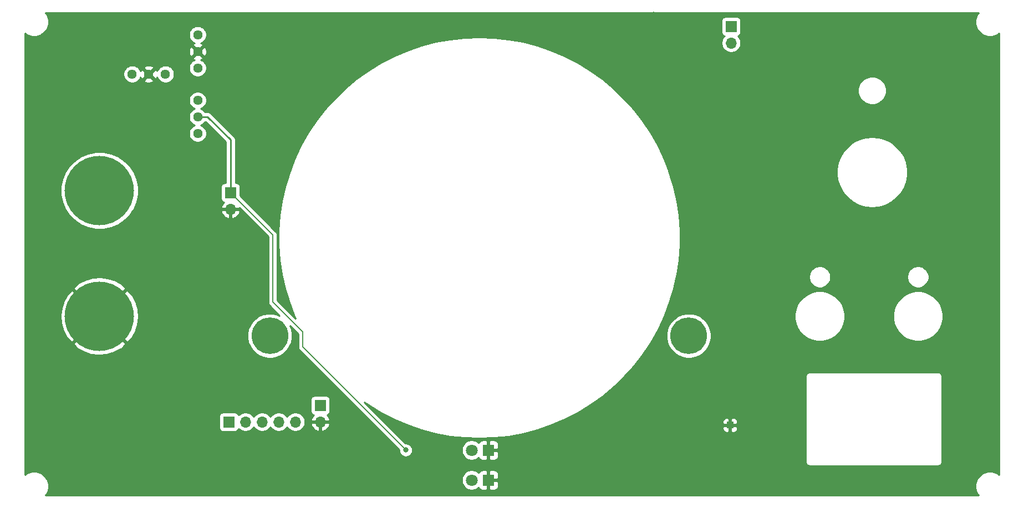
<source format=gtl>
G04 #@! TF.GenerationSoftware,KiCad,Pcbnew,(5.1.10-1-10_14)*
G04 #@! TF.CreationDate,2021-10-15T12:17:32-04:00*
G04 #@! TF.ProjectId,Multimeter,4d756c74-696d-4657-9465-722e6b696361,rev?*
G04 #@! TF.SameCoordinates,Original*
G04 #@! TF.FileFunction,Copper,L1,Top*
G04 #@! TF.FilePolarity,Positive*
%FSLAX46Y46*%
G04 Gerber Fmt 4.6, Leading zero omitted, Abs format (unit mm)*
G04 Created by KiCad (PCBNEW (5.1.10-1-10_14)) date 2021-10-15 12:17:32*
%MOMM*%
%LPD*%
G01*
G04 APERTURE LIST*
G04 #@! TA.AperFunction,ComponentPad*
%ADD10O,1.700000X1.700000*%
G04 #@! TD*
G04 #@! TA.AperFunction,ComponentPad*
%ADD11R,1.700000X1.700000*%
G04 #@! TD*
G04 #@! TA.AperFunction,ComponentPad*
%ADD12C,5.600000*%
G04 #@! TD*
G04 #@! TA.AperFunction,ComponentPad*
%ADD13C,1.800000*%
G04 #@! TD*
G04 #@! TA.AperFunction,ComponentPad*
%ADD14R,1.800000X1.800000*%
G04 #@! TD*
G04 #@! TA.AperFunction,ComponentPad*
%ADD15R,1.000000X1.000000*%
G04 #@! TD*
G04 #@! TA.AperFunction,ComponentPad*
%ADD16C,0.900000*%
G04 #@! TD*
G04 #@! TA.AperFunction,ComponentPad*
%ADD17C,10.600000*%
G04 #@! TD*
G04 #@! TA.AperFunction,ComponentPad*
%ADD18C,1.440000*%
G04 #@! TD*
G04 #@! TA.AperFunction,ViaPad*
%ADD19C,0.800000*%
G04 #@! TD*
G04 #@! TA.AperFunction,Conductor*
%ADD20C,0.127000*%
G04 #@! TD*
G04 #@! TA.AperFunction,Conductor*
%ADD21C,0.254000*%
G04 #@! TD*
G04 #@! TA.AperFunction,Conductor*
%ADD22C,0.100000*%
G04 #@! TD*
G04 APERTURE END LIST*
D10*
X193458000Y-30244000D03*
D11*
X193458000Y-27704000D03*
D10*
X126910000Y-88156000D03*
X124370000Y-88156000D03*
X121830000Y-88156000D03*
X119290000Y-88156000D03*
D11*
X116750000Y-88156000D03*
D10*
X130720000Y-88156000D03*
D11*
X130720000Y-85616000D03*
D12*
X187000000Y-75000000D03*
X123000000Y-75000000D03*
D10*
X117004000Y-55644000D03*
D11*
X117004000Y-53104000D03*
D13*
X153834000Y-97046000D03*
D14*
X156374000Y-97046000D03*
D15*
X193294000Y-88646000D03*
D13*
X153834000Y-92474000D03*
D14*
X156374000Y-92474000D03*
D16*
X99810749Y-69189251D03*
X97000000Y-68025000D03*
X94189251Y-69189251D03*
X93025000Y-72000000D03*
X94189251Y-74810749D03*
X97000000Y-75975000D03*
X99810749Y-74810749D03*
X100975000Y-72000000D03*
D17*
X97000000Y-72000000D03*
D16*
X99810749Y-49989251D03*
X97000000Y-48825000D03*
X94189251Y-49989251D03*
X93025000Y-52800000D03*
X94189251Y-55610749D03*
X97000000Y-56775000D03*
X99810749Y-55610749D03*
X100975000Y-52800000D03*
D17*
X97000000Y-52800000D03*
D18*
X102000000Y-35000000D03*
X104540000Y-35000000D03*
X107080000Y-35000000D03*
X112000000Y-34080000D03*
X112000000Y-31540000D03*
X112000000Y-29000000D03*
X112000000Y-39000000D03*
X112000000Y-41540000D03*
X112000000Y-44080000D03*
D19*
X120142000Y-28448000D03*
X120142000Y-32258000D03*
X209042000Y-31496000D03*
X208788000Y-27178000D03*
X181610000Y-25908000D03*
X87376000Y-46482000D03*
X87630000Y-38100000D03*
X143764000Y-92456000D03*
D20*
X128016000Y-76708000D02*
X143764000Y-92456000D01*
X128016000Y-74422000D02*
X128016000Y-76708000D01*
X123444000Y-69850000D02*
X128016000Y-74422000D01*
X123444000Y-59544000D02*
X123444000Y-69850000D01*
X117004000Y-53104000D02*
X123444000Y-59544000D01*
D21*
X113500000Y-41540000D02*
X117004000Y-45044000D01*
X117004000Y-45044000D02*
X117004000Y-53104000D01*
X112000000Y-41540000D02*
X113500000Y-41540000D01*
X231019369Y-25941331D02*
X230850890Y-26348075D01*
X230765000Y-26779872D01*
X230765000Y-27220128D01*
X230850890Y-27651925D01*
X231019369Y-28058669D01*
X231263962Y-28424729D01*
X231575271Y-28736038D01*
X231941331Y-28980631D01*
X232348075Y-29149110D01*
X232779872Y-29235000D01*
X233220128Y-29235000D01*
X233651925Y-29149110D01*
X234058669Y-28980631D01*
X234340001Y-28792651D01*
X234340000Y-96207348D01*
X234058669Y-96019369D01*
X233651925Y-95850890D01*
X233220128Y-95765000D01*
X232779872Y-95765000D01*
X232348075Y-95850890D01*
X231941331Y-96019369D01*
X231575271Y-96263962D01*
X231263962Y-96575271D01*
X231019369Y-96941331D01*
X230850890Y-97348075D01*
X230765000Y-97779872D01*
X230765000Y-98220128D01*
X230850890Y-98651925D01*
X231019369Y-99058669D01*
X231207348Y-99340000D01*
X88792652Y-99340000D01*
X88980631Y-99058669D01*
X89149110Y-98651925D01*
X89235000Y-98220128D01*
X89235000Y-97779872D01*
X89149110Y-97348075D01*
X88980631Y-96941331D01*
X88949551Y-96894816D01*
X152299000Y-96894816D01*
X152299000Y-97197184D01*
X152357989Y-97493743D01*
X152473701Y-97773095D01*
X152641688Y-98024505D01*
X152855495Y-98238312D01*
X153106905Y-98406299D01*
X153386257Y-98522011D01*
X153682816Y-98581000D01*
X153985184Y-98581000D01*
X154281743Y-98522011D01*
X154561095Y-98406299D01*
X154812505Y-98238312D01*
X154878944Y-98171873D01*
X154884498Y-98190180D01*
X154943463Y-98300494D01*
X155022815Y-98397185D01*
X155119506Y-98476537D01*
X155229820Y-98535502D01*
X155349518Y-98571812D01*
X155474000Y-98584072D01*
X156088250Y-98581000D01*
X156247000Y-98422250D01*
X156247000Y-97173000D01*
X156501000Y-97173000D01*
X156501000Y-98422250D01*
X156659750Y-98581000D01*
X157274000Y-98584072D01*
X157398482Y-98571812D01*
X157518180Y-98535502D01*
X157628494Y-98476537D01*
X157725185Y-98397185D01*
X157804537Y-98300494D01*
X157863502Y-98190180D01*
X157899812Y-98070482D01*
X157912072Y-97946000D01*
X157909000Y-97331750D01*
X157750250Y-97173000D01*
X156501000Y-97173000D01*
X156247000Y-97173000D01*
X156227000Y-97173000D01*
X156227000Y-96919000D01*
X156247000Y-96919000D01*
X156247000Y-95669750D01*
X156501000Y-95669750D01*
X156501000Y-96919000D01*
X157750250Y-96919000D01*
X157909000Y-96760250D01*
X157912072Y-96146000D01*
X157899812Y-96021518D01*
X157863502Y-95901820D01*
X157804537Y-95791506D01*
X157725185Y-95694815D01*
X157628494Y-95615463D01*
X157518180Y-95556498D01*
X157398482Y-95520188D01*
X157274000Y-95507928D01*
X156659750Y-95511000D01*
X156501000Y-95669750D01*
X156247000Y-95669750D01*
X156088250Y-95511000D01*
X155474000Y-95507928D01*
X155349518Y-95520188D01*
X155229820Y-95556498D01*
X155119506Y-95615463D01*
X155022815Y-95694815D01*
X154943463Y-95791506D01*
X154884498Y-95901820D01*
X154878944Y-95920127D01*
X154812505Y-95853688D01*
X154561095Y-95685701D01*
X154281743Y-95569989D01*
X153985184Y-95511000D01*
X153682816Y-95511000D01*
X153386257Y-95569989D01*
X153106905Y-95685701D01*
X152855495Y-95853688D01*
X152641688Y-96067495D01*
X152473701Y-96318905D01*
X152357989Y-96598257D01*
X152299000Y-96894816D01*
X88949551Y-96894816D01*
X88736038Y-96575271D01*
X88424729Y-96263962D01*
X88058669Y-96019369D01*
X87651925Y-95850890D01*
X87220128Y-95765000D01*
X86779872Y-95765000D01*
X86348075Y-95850890D01*
X85941331Y-96019369D01*
X85660000Y-96207348D01*
X85660000Y-87306000D01*
X115261928Y-87306000D01*
X115261928Y-89006000D01*
X115274188Y-89130482D01*
X115310498Y-89250180D01*
X115369463Y-89360494D01*
X115448815Y-89457185D01*
X115545506Y-89536537D01*
X115655820Y-89595502D01*
X115775518Y-89631812D01*
X115900000Y-89644072D01*
X117600000Y-89644072D01*
X117724482Y-89631812D01*
X117844180Y-89595502D01*
X117954494Y-89536537D01*
X118051185Y-89457185D01*
X118130537Y-89360494D01*
X118189502Y-89250180D01*
X118211513Y-89177620D01*
X118343368Y-89309475D01*
X118586589Y-89471990D01*
X118856842Y-89583932D01*
X119143740Y-89641000D01*
X119436260Y-89641000D01*
X119723158Y-89583932D01*
X119993411Y-89471990D01*
X120236632Y-89309475D01*
X120443475Y-89102632D01*
X120560000Y-88928240D01*
X120676525Y-89102632D01*
X120883368Y-89309475D01*
X121126589Y-89471990D01*
X121396842Y-89583932D01*
X121683740Y-89641000D01*
X121976260Y-89641000D01*
X122263158Y-89583932D01*
X122533411Y-89471990D01*
X122776632Y-89309475D01*
X122983475Y-89102632D01*
X123100000Y-88928240D01*
X123216525Y-89102632D01*
X123423368Y-89309475D01*
X123666589Y-89471990D01*
X123936842Y-89583932D01*
X124223740Y-89641000D01*
X124516260Y-89641000D01*
X124803158Y-89583932D01*
X125073411Y-89471990D01*
X125316632Y-89309475D01*
X125523475Y-89102632D01*
X125640000Y-88928240D01*
X125756525Y-89102632D01*
X125963368Y-89309475D01*
X126206589Y-89471990D01*
X126476842Y-89583932D01*
X126763740Y-89641000D01*
X127056260Y-89641000D01*
X127343158Y-89583932D01*
X127613411Y-89471990D01*
X127856632Y-89309475D01*
X128063475Y-89102632D01*
X128225990Y-88859411D01*
X128337932Y-88589158D01*
X128353102Y-88512890D01*
X129278524Y-88512890D01*
X129323175Y-88660099D01*
X129448359Y-88922920D01*
X129622412Y-89156269D01*
X129838645Y-89351178D01*
X130088748Y-89500157D01*
X130363109Y-89597481D01*
X130593000Y-89476814D01*
X130593000Y-88283000D01*
X130847000Y-88283000D01*
X130847000Y-89476814D01*
X131076891Y-89597481D01*
X131351252Y-89500157D01*
X131601355Y-89351178D01*
X131817588Y-89156269D01*
X131991641Y-88922920D01*
X132116825Y-88660099D01*
X132161476Y-88512890D01*
X132040155Y-88283000D01*
X130847000Y-88283000D01*
X130593000Y-88283000D01*
X129399845Y-88283000D01*
X129278524Y-88512890D01*
X128353102Y-88512890D01*
X128395000Y-88302260D01*
X128395000Y-88009740D01*
X128337932Y-87722842D01*
X128225990Y-87452589D01*
X128063475Y-87209368D01*
X127856632Y-87002525D01*
X127613411Y-86840010D01*
X127343158Y-86728068D01*
X127056260Y-86671000D01*
X126763740Y-86671000D01*
X126476842Y-86728068D01*
X126206589Y-86840010D01*
X125963368Y-87002525D01*
X125756525Y-87209368D01*
X125640000Y-87383760D01*
X125523475Y-87209368D01*
X125316632Y-87002525D01*
X125073411Y-86840010D01*
X124803158Y-86728068D01*
X124516260Y-86671000D01*
X124223740Y-86671000D01*
X123936842Y-86728068D01*
X123666589Y-86840010D01*
X123423368Y-87002525D01*
X123216525Y-87209368D01*
X123100000Y-87383760D01*
X122983475Y-87209368D01*
X122776632Y-87002525D01*
X122533411Y-86840010D01*
X122263158Y-86728068D01*
X121976260Y-86671000D01*
X121683740Y-86671000D01*
X121396842Y-86728068D01*
X121126589Y-86840010D01*
X120883368Y-87002525D01*
X120676525Y-87209368D01*
X120560000Y-87383760D01*
X120443475Y-87209368D01*
X120236632Y-87002525D01*
X119993411Y-86840010D01*
X119723158Y-86728068D01*
X119436260Y-86671000D01*
X119143740Y-86671000D01*
X118856842Y-86728068D01*
X118586589Y-86840010D01*
X118343368Y-87002525D01*
X118211513Y-87134380D01*
X118189502Y-87061820D01*
X118130537Y-86951506D01*
X118051185Y-86854815D01*
X117954494Y-86775463D01*
X117844180Y-86716498D01*
X117724482Y-86680188D01*
X117600000Y-86667928D01*
X115900000Y-86667928D01*
X115775518Y-86680188D01*
X115655820Y-86716498D01*
X115545506Y-86775463D01*
X115448815Y-86854815D01*
X115369463Y-86951506D01*
X115310498Y-87061820D01*
X115274188Y-87181518D01*
X115261928Y-87306000D01*
X85660000Y-87306000D01*
X85660000Y-84766000D01*
X129231928Y-84766000D01*
X129231928Y-86466000D01*
X129244188Y-86590482D01*
X129280498Y-86710180D01*
X129339463Y-86820494D01*
X129418815Y-86917185D01*
X129515506Y-86996537D01*
X129625820Y-87055502D01*
X129706466Y-87079966D01*
X129622412Y-87155731D01*
X129448359Y-87389080D01*
X129323175Y-87651901D01*
X129278524Y-87799110D01*
X129399845Y-88029000D01*
X130593000Y-88029000D01*
X130593000Y-88009000D01*
X130847000Y-88009000D01*
X130847000Y-88029000D01*
X132040155Y-88029000D01*
X132161476Y-87799110D01*
X132116825Y-87651901D01*
X131991641Y-87389080D01*
X131817588Y-87155731D01*
X131733534Y-87079966D01*
X131814180Y-87055502D01*
X131924494Y-86996537D01*
X132021185Y-86917185D01*
X132100537Y-86820494D01*
X132159502Y-86710180D01*
X132195812Y-86590482D01*
X132208072Y-86466000D01*
X132208072Y-84766000D01*
X132195812Y-84641518D01*
X132159502Y-84521820D01*
X132100537Y-84411506D01*
X132021185Y-84314815D01*
X131924494Y-84235463D01*
X131814180Y-84176498D01*
X131694482Y-84140188D01*
X131570000Y-84127928D01*
X129870000Y-84127928D01*
X129745518Y-84140188D01*
X129625820Y-84176498D01*
X129515506Y-84235463D01*
X129418815Y-84314815D01*
X129339463Y-84411506D01*
X129280498Y-84521820D01*
X129244188Y-84641518D01*
X129231928Y-84766000D01*
X85660000Y-84766000D01*
X85660000Y-76193552D01*
X92986053Y-76193552D01*
X93598155Y-76898303D01*
X94619133Y-77467851D01*
X95731605Y-77827272D01*
X96892822Y-77962754D01*
X98058156Y-77869090D01*
X99182827Y-77549881D01*
X100223612Y-77017394D01*
X100401845Y-76898303D01*
X101013947Y-76193552D01*
X97000000Y-72179605D01*
X92986053Y-76193552D01*
X85660000Y-76193552D01*
X85660000Y-71892822D01*
X91037246Y-71892822D01*
X91130910Y-73058156D01*
X91450119Y-74182827D01*
X91982606Y-75223612D01*
X92101697Y-75401845D01*
X92806448Y-76013947D01*
X96820395Y-72000000D01*
X97179605Y-72000000D01*
X101193552Y-76013947D01*
X101898303Y-75401845D01*
X102467851Y-74380867D01*
X102827272Y-73268395D01*
X102962754Y-72107178D01*
X102869090Y-70941844D01*
X102549881Y-69817173D01*
X102017394Y-68776388D01*
X101898303Y-68598155D01*
X101193552Y-67986053D01*
X97179605Y-72000000D01*
X96820395Y-72000000D01*
X92806448Y-67986053D01*
X92101697Y-68598155D01*
X91532149Y-69619133D01*
X91172728Y-70731605D01*
X91037246Y-71892822D01*
X85660000Y-71892822D01*
X85660000Y-67806448D01*
X92986053Y-67806448D01*
X97000000Y-71820395D01*
X101013947Y-67806448D01*
X100401845Y-67101697D01*
X99380867Y-66532149D01*
X98268395Y-66172728D01*
X97107178Y-66037246D01*
X95941844Y-66130910D01*
X94817173Y-66450119D01*
X93776388Y-66982606D01*
X93598155Y-67101697D01*
X92986053Y-67806448D01*
X85660000Y-67806448D01*
X85660000Y-52215454D01*
X91065000Y-52215454D01*
X91065000Y-53384546D01*
X91293079Y-54531176D01*
X91740471Y-55611277D01*
X92389984Y-56583342D01*
X93216658Y-57410016D01*
X94188723Y-58059529D01*
X95268824Y-58506921D01*
X96415454Y-58735000D01*
X97584546Y-58735000D01*
X98731176Y-58506921D01*
X99811277Y-58059529D01*
X100783342Y-57410016D01*
X101610016Y-56583342D01*
X101999197Y-56000890D01*
X115562524Y-56000890D01*
X115607175Y-56148099D01*
X115732359Y-56410920D01*
X115906412Y-56644269D01*
X116122645Y-56839178D01*
X116372748Y-56988157D01*
X116647109Y-57085481D01*
X116877000Y-56964814D01*
X116877000Y-55771000D01*
X117131000Y-55771000D01*
X117131000Y-56964814D01*
X117360891Y-57085481D01*
X117635252Y-56988157D01*
X117885355Y-56839178D01*
X118101588Y-56644269D01*
X118275641Y-56410920D01*
X118400825Y-56148099D01*
X118445476Y-56000890D01*
X118324155Y-55771000D01*
X117131000Y-55771000D01*
X116877000Y-55771000D01*
X115683845Y-55771000D01*
X115562524Y-56000890D01*
X101999197Y-56000890D01*
X102259529Y-55611277D01*
X102706921Y-54531176D01*
X102935000Y-53384546D01*
X102935000Y-52215454D01*
X102706921Y-51068824D01*
X102259529Y-49988723D01*
X101610016Y-49016658D01*
X100783342Y-48189984D01*
X99811277Y-47540471D01*
X98731176Y-47093079D01*
X97584546Y-46865000D01*
X96415454Y-46865000D01*
X95268824Y-47093079D01*
X94188723Y-47540471D01*
X93216658Y-48189984D01*
X92389984Y-49016658D01*
X91740471Y-49988723D01*
X91293079Y-51068824D01*
X91065000Y-52215454D01*
X85660000Y-52215454D01*
X85660000Y-38866544D01*
X110645000Y-38866544D01*
X110645000Y-39133456D01*
X110697072Y-39395239D01*
X110799215Y-39641833D01*
X110947503Y-39863762D01*
X111136238Y-40052497D01*
X111358167Y-40200785D01*
X111525266Y-40270000D01*
X111358167Y-40339215D01*
X111136238Y-40487503D01*
X110947503Y-40676238D01*
X110799215Y-40898167D01*
X110697072Y-41144761D01*
X110645000Y-41406544D01*
X110645000Y-41673456D01*
X110697072Y-41935239D01*
X110799215Y-42181833D01*
X110947503Y-42403762D01*
X111136238Y-42592497D01*
X111358167Y-42740785D01*
X111525266Y-42810000D01*
X111358167Y-42879215D01*
X111136238Y-43027503D01*
X110947503Y-43216238D01*
X110799215Y-43438167D01*
X110697072Y-43684761D01*
X110645000Y-43946544D01*
X110645000Y-44213456D01*
X110697072Y-44475239D01*
X110799215Y-44721833D01*
X110947503Y-44943762D01*
X111136238Y-45132497D01*
X111358167Y-45280785D01*
X111604761Y-45382928D01*
X111866544Y-45435000D01*
X112133456Y-45435000D01*
X112395239Y-45382928D01*
X112641833Y-45280785D01*
X112863762Y-45132497D01*
X113052497Y-44943762D01*
X113200785Y-44721833D01*
X113302928Y-44475239D01*
X113355000Y-44213456D01*
X113355000Y-43946544D01*
X113302928Y-43684761D01*
X113200785Y-43438167D01*
X113052497Y-43216238D01*
X112863762Y-43027503D01*
X112641833Y-42879215D01*
X112474734Y-42810000D01*
X112641833Y-42740785D01*
X112863762Y-42592497D01*
X113052497Y-42403762D01*
X113120492Y-42302000D01*
X113184370Y-42302000D01*
X116242000Y-45359631D01*
X116242001Y-51615928D01*
X116154000Y-51615928D01*
X116029518Y-51628188D01*
X115909820Y-51664498D01*
X115799506Y-51723463D01*
X115702815Y-51802815D01*
X115623463Y-51899506D01*
X115564498Y-52009820D01*
X115528188Y-52129518D01*
X115515928Y-52254000D01*
X115515928Y-53954000D01*
X115528188Y-54078482D01*
X115564498Y-54198180D01*
X115623463Y-54308494D01*
X115702815Y-54405185D01*
X115799506Y-54484537D01*
X115909820Y-54543502D01*
X115990466Y-54567966D01*
X115906412Y-54643731D01*
X115732359Y-54877080D01*
X115607175Y-55139901D01*
X115562524Y-55287110D01*
X115683845Y-55517000D01*
X116877000Y-55517000D01*
X116877000Y-55497000D01*
X117131000Y-55497000D01*
X117131000Y-55517000D01*
X118324155Y-55517000D01*
X118360432Y-55448259D01*
X122745500Y-59833328D01*
X122745501Y-69815692D01*
X122742122Y-69850000D01*
X122745501Y-69884308D01*
X122745501Y-69884309D01*
X122747635Y-69905971D01*
X122755608Y-69986929D01*
X122795549Y-70118598D01*
X122860409Y-70239943D01*
X122925826Y-70319653D01*
X122925830Y-70319657D01*
X122947698Y-70346303D01*
X122974344Y-70368171D01*
X124516178Y-71910005D01*
X124001952Y-71697006D01*
X123338318Y-71565000D01*
X122661682Y-71565000D01*
X121998048Y-71697006D01*
X121372918Y-71955943D01*
X120810315Y-72331862D01*
X120331862Y-72810315D01*
X119955943Y-73372918D01*
X119697006Y-73998048D01*
X119565000Y-74661682D01*
X119565000Y-75338318D01*
X119697006Y-76001952D01*
X119955943Y-76627082D01*
X120331862Y-77189685D01*
X120810315Y-77668138D01*
X121372918Y-78044057D01*
X121998048Y-78302994D01*
X122661682Y-78435000D01*
X123338318Y-78435000D01*
X124001952Y-78302994D01*
X124627082Y-78044057D01*
X125189685Y-77668138D01*
X125668138Y-77189685D01*
X126044057Y-76627082D01*
X126302994Y-76001952D01*
X126435000Y-75338318D01*
X126435000Y-74661682D01*
X126302994Y-73998048D01*
X126089995Y-73483823D01*
X127317500Y-74711328D01*
X127317501Y-76673692D01*
X127314122Y-76708000D01*
X127327608Y-76844929D01*
X127367549Y-76976598D01*
X127432409Y-77097943D01*
X127497826Y-77177653D01*
X127497830Y-77177657D01*
X127519698Y-77204303D01*
X127546344Y-77226171D01*
X142729000Y-92408829D01*
X142729000Y-92557939D01*
X142768774Y-92757898D01*
X142846795Y-92946256D01*
X142960063Y-93115774D01*
X143104226Y-93259937D01*
X143273744Y-93373205D01*
X143462102Y-93451226D01*
X143662061Y-93491000D01*
X143865939Y-93491000D01*
X144065898Y-93451226D01*
X144254256Y-93373205D01*
X144423774Y-93259937D01*
X144567937Y-93115774D01*
X144681205Y-92946256D01*
X144759226Y-92757898D01*
X144799000Y-92557939D01*
X144799000Y-92354061D01*
X144792786Y-92322816D01*
X152299000Y-92322816D01*
X152299000Y-92625184D01*
X152357989Y-92921743D01*
X152473701Y-93201095D01*
X152641688Y-93452505D01*
X152855495Y-93666312D01*
X153106905Y-93834299D01*
X153386257Y-93950011D01*
X153682816Y-94009000D01*
X153985184Y-94009000D01*
X154281743Y-93950011D01*
X154561095Y-93834299D01*
X154812505Y-93666312D01*
X154878944Y-93599873D01*
X154884498Y-93618180D01*
X154943463Y-93728494D01*
X155022815Y-93825185D01*
X155119506Y-93904537D01*
X155229820Y-93963502D01*
X155349518Y-93999812D01*
X155474000Y-94012072D01*
X156088250Y-94009000D01*
X156247000Y-93850250D01*
X156247000Y-92601000D01*
X156501000Y-92601000D01*
X156501000Y-93850250D01*
X156659750Y-94009000D01*
X157274000Y-94012072D01*
X157398482Y-93999812D01*
X157518180Y-93963502D01*
X157628494Y-93904537D01*
X157725185Y-93825185D01*
X157804537Y-93728494D01*
X157863502Y-93618180D01*
X157899812Y-93498482D01*
X157912072Y-93374000D01*
X157909000Y-92759750D01*
X157750250Y-92601000D01*
X156501000Y-92601000D01*
X156247000Y-92601000D01*
X156227000Y-92601000D01*
X156227000Y-92347000D01*
X156247000Y-92347000D01*
X156247000Y-91097750D01*
X156501000Y-91097750D01*
X156501000Y-92347000D01*
X157750250Y-92347000D01*
X157909000Y-92188250D01*
X157912072Y-91574000D01*
X157899812Y-91449518D01*
X157863502Y-91329820D01*
X157804537Y-91219506D01*
X157725185Y-91122815D01*
X157628494Y-91043463D01*
X157518180Y-90984498D01*
X157398482Y-90948188D01*
X157274000Y-90935928D01*
X156659750Y-90939000D01*
X156501000Y-91097750D01*
X156247000Y-91097750D01*
X156088250Y-90939000D01*
X155474000Y-90935928D01*
X155349518Y-90948188D01*
X155229820Y-90984498D01*
X155119506Y-91043463D01*
X155022815Y-91122815D01*
X154943463Y-91219506D01*
X154884498Y-91329820D01*
X154878944Y-91348127D01*
X154812505Y-91281688D01*
X154561095Y-91113701D01*
X154281743Y-90997989D01*
X153985184Y-90939000D01*
X153682816Y-90939000D01*
X153386257Y-90997989D01*
X153106905Y-91113701D01*
X152855495Y-91281688D01*
X152641688Y-91495495D01*
X152473701Y-91746905D01*
X152357989Y-92026257D01*
X152299000Y-92322816D01*
X144792786Y-92322816D01*
X144759226Y-92154102D01*
X144681205Y-91965744D01*
X144567937Y-91796226D01*
X144423774Y-91652063D01*
X144254256Y-91538795D01*
X144065898Y-91460774D01*
X143865939Y-91421000D01*
X143716829Y-91421000D01*
X137407991Y-85112163D01*
X138071766Y-85587053D01*
X139984660Y-86754476D01*
X141977668Y-87779152D01*
X144040156Y-88655614D01*
X146161120Y-89379186D01*
X148329242Y-89946008D01*
X150532956Y-90353055D01*
X152760504Y-90598154D01*
X155000000Y-90680000D01*
X157239496Y-90598154D01*
X159467044Y-90353055D01*
X161670758Y-89946008D01*
X163838880Y-89379186D01*
X164522404Y-89146000D01*
X192155928Y-89146000D01*
X192168188Y-89270482D01*
X192204498Y-89390180D01*
X192263463Y-89500494D01*
X192342815Y-89597185D01*
X192439506Y-89676537D01*
X192549820Y-89735502D01*
X192669518Y-89771812D01*
X192794000Y-89784072D01*
X193008250Y-89781000D01*
X193167000Y-89622250D01*
X193167000Y-88773000D01*
X193421000Y-88773000D01*
X193421000Y-89622250D01*
X193579750Y-89781000D01*
X193794000Y-89784072D01*
X193918482Y-89771812D01*
X194038180Y-89735502D01*
X194148494Y-89676537D01*
X194245185Y-89597185D01*
X194324537Y-89500494D01*
X194383502Y-89390180D01*
X194419812Y-89270482D01*
X194432072Y-89146000D01*
X194429000Y-88931750D01*
X194270250Y-88773000D01*
X193421000Y-88773000D01*
X193167000Y-88773000D01*
X192317750Y-88773000D01*
X192159000Y-88931750D01*
X192155928Y-89146000D01*
X164522404Y-89146000D01*
X165959844Y-88655614D01*
X167159066Y-88146000D01*
X192155928Y-88146000D01*
X192159000Y-88360250D01*
X192317750Y-88519000D01*
X193167000Y-88519000D01*
X193167000Y-87669750D01*
X193421000Y-87669750D01*
X193421000Y-88519000D01*
X194270250Y-88519000D01*
X194429000Y-88360250D01*
X194432072Y-88146000D01*
X194419812Y-88021518D01*
X194383502Y-87901820D01*
X194324537Y-87791506D01*
X194245185Y-87694815D01*
X194148494Y-87615463D01*
X194038180Y-87556498D01*
X193918482Y-87520188D01*
X193794000Y-87507928D01*
X193579750Y-87511000D01*
X193421000Y-87669750D01*
X193167000Y-87669750D01*
X193008250Y-87511000D01*
X192794000Y-87507928D01*
X192669518Y-87520188D01*
X192549820Y-87556498D01*
X192439506Y-87615463D01*
X192342815Y-87694815D01*
X192263463Y-87791506D01*
X192204498Y-87901820D01*
X192168188Y-88021518D01*
X192155928Y-88146000D01*
X167159066Y-88146000D01*
X168022332Y-87779152D01*
X170015340Y-86754476D01*
X171928234Y-85587053D01*
X173750810Y-84283112D01*
X175473341Y-82849611D01*
X177086639Y-81294196D01*
X177165662Y-81206000D01*
X204836807Y-81206000D01*
X204840001Y-81238429D01*
X204840000Y-94173581D01*
X204836807Y-94206000D01*
X204849550Y-94335383D01*
X204887290Y-94459793D01*
X204948575Y-94574450D01*
X205031052Y-94674948D01*
X205131550Y-94757425D01*
X205246207Y-94818710D01*
X205370617Y-94856450D01*
X205500000Y-94869193D01*
X205532419Y-94866000D01*
X224967581Y-94866000D01*
X225000000Y-94869193D01*
X225032419Y-94866000D01*
X225129383Y-94856450D01*
X225253793Y-94818710D01*
X225368450Y-94757425D01*
X225468948Y-94674948D01*
X225551425Y-94574450D01*
X225612710Y-94459793D01*
X225650450Y-94335383D01*
X225663193Y-94206000D01*
X225660000Y-94173581D01*
X225660000Y-81238419D01*
X225663193Y-81206000D01*
X225650450Y-81076617D01*
X225612710Y-80952207D01*
X225551425Y-80837550D01*
X225468948Y-80737052D01*
X225368450Y-80654575D01*
X225253793Y-80593290D01*
X225129383Y-80555550D01*
X225032419Y-80546000D01*
X225000000Y-80542807D01*
X224967581Y-80546000D01*
X205532419Y-80546000D01*
X205500000Y-80542807D01*
X205467581Y-80546000D01*
X205370617Y-80555550D01*
X205246207Y-80593290D01*
X205131550Y-80654575D01*
X205031052Y-80737052D01*
X204948575Y-80837550D01*
X204887290Y-80952207D01*
X204849550Y-81076617D01*
X204836807Y-81206000D01*
X177165662Y-81206000D01*
X178582094Y-79625168D01*
X179951729Y-77851432D01*
X181188236Y-75982450D01*
X181929486Y-74661682D01*
X183565000Y-74661682D01*
X183565000Y-75338318D01*
X183697006Y-76001952D01*
X183955943Y-76627082D01*
X184331862Y-77189685D01*
X184810315Y-77668138D01*
X185372918Y-78044057D01*
X185998048Y-78302994D01*
X186661682Y-78435000D01*
X187338318Y-78435000D01*
X188001952Y-78302994D01*
X188627082Y-78044057D01*
X189189685Y-77668138D01*
X189668138Y-77189685D01*
X190044057Y-76627082D01*
X190302994Y-76001952D01*
X190435000Y-75338318D01*
X190435000Y-74661682D01*
X190302994Y-73998048D01*
X190044057Y-73372918D01*
X189668138Y-72810315D01*
X189189685Y-72331862D01*
X188627082Y-71955943D01*
X188001952Y-71697006D01*
X187626307Y-71622285D01*
X203165000Y-71622285D01*
X203165000Y-72377715D01*
X203312377Y-73118628D01*
X203601467Y-73816554D01*
X204021161Y-74444670D01*
X204555330Y-74978839D01*
X205183446Y-75398533D01*
X205881372Y-75687623D01*
X206622285Y-75835000D01*
X207377715Y-75835000D01*
X208118628Y-75687623D01*
X208816554Y-75398533D01*
X209444670Y-74978839D01*
X209978839Y-74444670D01*
X210398533Y-73816554D01*
X210687623Y-73118628D01*
X210835000Y-72377715D01*
X210835000Y-71622285D01*
X218165000Y-71622285D01*
X218165000Y-72377715D01*
X218312377Y-73118628D01*
X218601467Y-73816554D01*
X219021161Y-74444670D01*
X219555330Y-74978839D01*
X220183446Y-75398533D01*
X220881372Y-75687623D01*
X221622285Y-75835000D01*
X222377715Y-75835000D01*
X223118628Y-75687623D01*
X223816554Y-75398533D01*
X224444670Y-74978839D01*
X224978839Y-74444670D01*
X225398533Y-73816554D01*
X225687623Y-73118628D01*
X225835000Y-72377715D01*
X225835000Y-71622285D01*
X225687623Y-70881372D01*
X225398533Y-70183446D01*
X224978839Y-69555330D01*
X224444670Y-69021161D01*
X223816554Y-68601467D01*
X223118628Y-68312377D01*
X222377715Y-68165000D01*
X221622285Y-68165000D01*
X220881372Y-68312377D01*
X220183446Y-68601467D01*
X219555330Y-69021161D01*
X219021161Y-69555330D01*
X218601467Y-70183446D01*
X218312377Y-70881372D01*
X218165000Y-71622285D01*
X210835000Y-71622285D01*
X210687623Y-70881372D01*
X210398533Y-70183446D01*
X209978839Y-69555330D01*
X209444670Y-69021161D01*
X208816554Y-68601467D01*
X208118628Y-68312377D01*
X207377715Y-68165000D01*
X206622285Y-68165000D01*
X205881372Y-68312377D01*
X205183446Y-68601467D01*
X204555330Y-69021161D01*
X204021161Y-69555330D01*
X203601467Y-70183446D01*
X203312377Y-70881372D01*
X203165000Y-71622285D01*
X187626307Y-71622285D01*
X187338318Y-71565000D01*
X186661682Y-71565000D01*
X185998048Y-71697006D01*
X185372918Y-71955943D01*
X184810315Y-72331862D01*
X184331862Y-72810315D01*
X183955943Y-73372918D01*
X183697006Y-73998048D01*
X183565000Y-74661682D01*
X181929486Y-74661682D01*
X182285017Y-74028194D01*
X183236221Y-71999093D01*
X184036772Y-69905971D01*
X184682400Y-67759996D01*
X185111137Y-65835331D01*
X205328090Y-65835331D01*
X205328090Y-66164669D01*
X205392340Y-66487678D01*
X205518372Y-66791947D01*
X205701342Y-67065781D01*
X205934219Y-67298658D01*
X206208053Y-67481628D01*
X206512322Y-67607660D01*
X206835331Y-67671910D01*
X207164669Y-67671910D01*
X207487678Y-67607660D01*
X207791947Y-67481628D01*
X208065781Y-67298658D01*
X208298658Y-67065781D01*
X208481628Y-66791947D01*
X208607660Y-66487678D01*
X208671910Y-66164669D01*
X208671910Y-65835331D01*
X220328090Y-65835331D01*
X220328090Y-66164669D01*
X220392340Y-66487678D01*
X220518372Y-66791947D01*
X220701342Y-67065781D01*
X220934219Y-67298658D01*
X221208053Y-67481628D01*
X221512322Y-67607660D01*
X221835331Y-67671910D01*
X222164669Y-67671910D01*
X222487678Y-67607660D01*
X222791947Y-67481628D01*
X223065781Y-67298658D01*
X223298658Y-67065781D01*
X223481628Y-66791947D01*
X223607660Y-66487678D01*
X223671910Y-66164669D01*
X223671910Y-65835331D01*
X223607660Y-65512322D01*
X223481628Y-65208053D01*
X223298658Y-64934219D01*
X223065781Y-64701342D01*
X222791947Y-64518372D01*
X222487678Y-64392340D01*
X222164669Y-64328090D01*
X221835331Y-64328090D01*
X221512322Y-64392340D01*
X221208053Y-64518372D01*
X220934219Y-64701342D01*
X220701342Y-64934219D01*
X220518372Y-65208053D01*
X220392340Y-65512322D01*
X220328090Y-65835331D01*
X208671910Y-65835331D01*
X208607660Y-65512322D01*
X208481628Y-65208053D01*
X208298658Y-64934219D01*
X208065781Y-64701342D01*
X207791947Y-64518372D01*
X207487678Y-64392340D01*
X207164669Y-64328090D01*
X206835331Y-64328090D01*
X206512322Y-64392340D01*
X206208053Y-64518372D01*
X205934219Y-64701342D01*
X205701342Y-64934219D01*
X205518372Y-65208053D01*
X205392340Y-65512322D01*
X205328090Y-65835331D01*
X185111137Y-65835331D01*
X185169659Y-65572619D01*
X185495950Y-63355509D01*
X185659532Y-61120496D01*
X185659532Y-58879504D01*
X185495950Y-56644491D01*
X185169659Y-54427381D01*
X184682400Y-52240004D01*
X184036772Y-50094029D01*
X183809187Y-49498983D01*
X209593163Y-49498983D01*
X209593163Y-50501017D01*
X209777287Y-51485990D01*
X210139263Y-52420359D01*
X210666766Y-53272306D01*
X211341833Y-54012818D01*
X212141473Y-54616679D01*
X213038458Y-55063324D01*
X214002240Y-55337544D01*
X215000000Y-55430000D01*
X215997760Y-55337544D01*
X216961542Y-55063324D01*
X217858527Y-54616679D01*
X218658167Y-54012818D01*
X219333234Y-53272306D01*
X219860737Y-52420359D01*
X220222713Y-51485990D01*
X220406837Y-50501017D01*
X220406837Y-49498983D01*
X220222713Y-48514010D01*
X219860737Y-47579641D01*
X219333234Y-46727694D01*
X218658167Y-45987182D01*
X217858527Y-45383321D01*
X216961542Y-44936676D01*
X215997760Y-44662456D01*
X215000000Y-44570000D01*
X214002240Y-44662456D01*
X213038458Y-44936676D01*
X212141473Y-45383321D01*
X211341833Y-45987182D01*
X210666766Y-46727694D01*
X210139263Y-47579641D01*
X209777287Y-48514010D01*
X209593163Y-49498983D01*
X183809187Y-49498983D01*
X183236221Y-48000907D01*
X182285017Y-45971806D01*
X181188236Y-44017550D01*
X179951729Y-42148568D01*
X178582094Y-40374832D01*
X177086639Y-38705804D01*
X175614334Y-37286323D01*
X212830497Y-37286323D01*
X212830497Y-37713677D01*
X212913870Y-38132821D01*
X213077412Y-38527645D01*
X213314837Y-38882977D01*
X213617023Y-39185163D01*
X213972355Y-39422588D01*
X214367179Y-39586130D01*
X214786323Y-39669503D01*
X215213677Y-39669503D01*
X215632821Y-39586130D01*
X216027645Y-39422588D01*
X216382977Y-39185163D01*
X216685163Y-38882977D01*
X216922588Y-38527645D01*
X217086130Y-38132821D01*
X217169503Y-37713677D01*
X217169503Y-37286323D01*
X217086130Y-36867179D01*
X216922588Y-36472355D01*
X216685163Y-36117023D01*
X216382977Y-35814837D01*
X216027645Y-35577412D01*
X215632821Y-35413870D01*
X215213677Y-35330497D01*
X214786323Y-35330497D01*
X214367179Y-35413870D01*
X213972355Y-35577412D01*
X213617023Y-35814837D01*
X213314837Y-36117023D01*
X213077412Y-36472355D01*
X212913870Y-36867179D01*
X212830497Y-37286323D01*
X175614334Y-37286323D01*
X175473341Y-37150389D01*
X173750810Y-35716888D01*
X171928234Y-34412947D01*
X170015340Y-33245524D01*
X168022332Y-32220848D01*
X165959844Y-31344386D01*
X163838880Y-30620814D01*
X161670758Y-30053992D01*
X159467044Y-29646945D01*
X157239496Y-29401846D01*
X155000000Y-29320000D01*
X152760504Y-29401846D01*
X150532956Y-29646945D01*
X148329242Y-30053992D01*
X146161120Y-30620814D01*
X144040156Y-31344386D01*
X141977668Y-32220848D01*
X139984660Y-33245524D01*
X138071766Y-34412947D01*
X136249190Y-35716888D01*
X134526659Y-37150389D01*
X132913361Y-38705804D01*
X131417906Y-40374832D01*
X130048271Y-42148568D01*
X128811764Y-44017550D01*
X127714983Y-45971806D01*
X126763779Y-48000907D01*
X125963228Y-50094029D01*
X125317600Y-52240004D01*
X124830341Y-54427381D01*
X124504050Y-56644491D01*
X124340468Y-58879504D01*
X124340468Y-61120496D01*
X124504050Y-63355509D01*
X124830341Y-65572619D01*
X125317600Y-67759996D01*
X125963228Y-69905971D01*
X126763779Y-71999093D01*
X126925145Y-72343317D01*
X124142500Y-69560673D01*
X124142500Y-59578297D01*
X124145878Y-59543999D01*
X124142500Y-59509701D01*
X124142500Y-59509691D01*
X124132393Y-59407070D01*
X124092452Y-59275403D01*
X124027592Y-59154058D01*
X124027591Y-59154056D01*
X123962173Y-59074345D01*
X123962167Y-59074339D01*
X123940302Y-59047697D01*
X123913662Y-59025834D01*
X118492072Y-53604245D01*
X118492072Y-52254000D01*
X118479812Y-52129518D01*
X118443502Y-52009820D01*
X118384537Y-51899506D01*
X118305185Y-51802815D01*
X118208494Y-51723463D01*
X118098180Y-51664498D01*
X117978482Y-51628188D01*
X117854000Y-51615928D01*
X117766000Y-51615928D01*
X117766000Y-45081422D01*
X117769686Y-45043999D01*
X117766000Y-45006574D01*
X117754974Y-44894622D01*
X117711402Y-44750985D01*
X117640645Y-44618608D01*
X117545422Y-44502578D01*
X117516353Y-44478722D01*
X114065284Y-41027654D01*
X114041422Y-40998578D01*
X113925392Y-40903355D01*
X113793015Y-40832598D01*
X113649378Y-40789026D01*
X113537426Y-40778000D01*
X113537423Y-40778000D01*
X113500000Y-40774314D01*
X113462577Y-40778000D01*
X113120492Y-40778000D01*
X113052497Y-40676238D01*
X112863762Y-40487503D01*
X112641833Y-40339215D01*
X112474734Y-40270000D01*
X112641833Y-40200785D01*
X112863762Y-40052497D01*
X113052497Y-39863762D01*
X113200785Y-39641833D01*
X113302928Y-39395239D01*
X113355000Y-39133456D01*
X113355000Y-38866544D01*
X113302928Y-38604761D01*
X113200785Y-38358167D01*
X113052497Y-38136238D01*
X112863762Y-37947503D01*
X112641833Y-37799215D01*
X112395239Y-37697072D01*
X112133456Y-37645000D01*
X111866544Y-37645000D01*
X111604761Y-37697072D01*
X111358167Y-37799215D01*
X111136238Y-37947503D01*
X110947503Y-38136238D01*
X110799215Y-38358167D01*
X110697072Y-38604761D01*
X110645000Y-38866544D01*
X85660000Y-38866544D01*
X85660000Y-34866544D01*
X100645000Y-34866544D01*
X100645000Y-35133456D01*
X100697072Y-35395239D01*
X100799215Y-35641833D01*
X100947503Y-35863762D01*
X101136238Y-36052497D01*
X101358167Y-36200785D01*
X101604761Y-36302928D01*
X101866544Y-36355000D01*
X102133456Y-36355000D01*
X102395239Y-36302928D01*
X102641833Y-36200785D01*
X102863762Y-36052497D01*
X102980699Y-35935560D01*
X103784045Y-35935560D01*
X103845932Y-36171368D01*
X104087790Y-36284266D01*
X104347027Y-36347811D01*
X104613680Y-36359561D01*
X104877501Y-36319063D01*
X105128353Y-36227875D01*
X105234068Y-36171368D01*
X105295955Y-35935560D01*
X104540000Y-35179605D01*
X103784045Y-35935560D01*
X102980699Y-35935560D01*
X103052497Y-35863762D01*
X103200785Y-35641833D01*
X103270438Y-35473676D01*
X103312125Y-35588353D01*
X103368632Y-35694068D01*
X103604440Y-35755955D01*
X104360395Y-35000000D01*
X104719605Y-35000000D01*
X105475560Y-35755955D01*
X105711368Y-35694068D01*
X105811764Y-35478993D01*
X105879215Y-35641833D01*
X106027503Y-35863762D01*
X106216238Y-36052497D01*
X106438167Y-36200785D01*
X106684761Y-36302928D01*
X106946544Y-36355000D01*
X107213456Y-36355000D01*
X107475239Y-36302928D01*
X107721833Y-36200785D01*
X107943762Y-36052497D01*
X108132497Y-35863762D01*
X108280785Y-35641833D01*
X108382928Y-35395239D01*
X108435000Y-35133456D01*
X108435000Y-34866544D01*
X108382928Y-34604761D01*
X108280785Y-34358167D01*
X108132497Y-34136238D01*
X107943762Y-33947503D01*
X107942327Y-33946544D01*
X110645000Y-33946544D01*
X110645000Y-34213456D01*
X110697072Y-34475239D01*
X110799215Y-34721833D01*
X110947503Y-34943762D01*
X111136238Y-35132497D01*
X111358167Y-35280785D01*
X111604761Y-35382928D01*
X111866544Y-35435000D01*
X112133456Y-35435000D01*
X112395239Y-35382928D01*
X112641833Y-35280785D01*
X112863762Y-35132497D01*
X113052497Y-34943762D01*
X113200785Y-34721833D01*
X113302928Y-34475239D01*
X113355000Y-34213456D01*
X113355000Y-33946544D01*
X113302928Y-33684761D01*
X113200785Y-33438167D01*
X113052497Y-33216238D01*
X112863762Y-33027503D01*
X112641833Y-32879215D01*
X112473676Y-32809562D01*
X112588353Y-32767875D01*
X112694068Y-32711368D01*
X112755955Y-32475560D01*
X112000000Y-31719605D01*
X111244045Y-32475560D01*
X111305932Y-32711368D01*
X111521007Y-32811764D01*
X111358167Y-32879215D01*
X111136238Y-33027503D01*
X110947503Y-33216238D01*
X110799215Y-33438167D01*
X110697072Y-33684761D01*
X110645000Y-33946544D01*
X107942327Y-33946544D01*
X107721833Y-33799215D01*
X107475239Y-33697072D01*
X107213456Y-33645000D01*
X106946544Y-33645000D01*
X106684761Y-33697072D01*
X106438167Y-33799215D01*
X106216238Y-33947503D01*
X106027503Y-34136238D01*
X105879215Y-34358167D01*
X105809562Y-34526324D01*
X105767875Y-34411647D01*
X105711368Y-34305932D01*
X105475560Y-34244045D01*
X104719605Y-35000000D01*
X104360395Y-35000000D01*
X103604440Y-34244045D01*
X103368632Y-34305932D01*
X103268236Y-34521007D01*
X103200785Y-34358167D01*
X103052497Y-34136238D01*
X102980699Y-34064440D01*
X103784045Y-34064440D01*
X104540000Y-34820395D01*
X105295955Y-34064440D01*
X105234068Y-33828632D01*
X104992210Y-33715734D01*
X104732973Y-33652189D01*
X104466320Y-33640439D01*
X104202499Y-33680937D01*
X103951647Y-33772125D01*
X103845932Y-33828632D01*
X103784045Y-34064440D01*
X102980699Y-34064440D01*
X102863762Y-33947503D01*
X102641833Y-33799215D01*
X102395239Y-33697072D01*
X102133456Y-33645000D01*
X101866544Y-33645000D01*
X101604761Y-33697072D01*
X101358167Y-33799215D01*
X101136238Y-33947503D01*
X100947503Y-34136238D01*
X100799215Y-34358167D01*
X100697072Y-34604761D01*
X100645000Y-34866544D01*
X85660000Y-34866544D01*
X85660000Y-31613680D01*
X110640439Y-31613680D01*
X110680937Y-31877501D01*
X110772125Y-32128353D01*
X110828632Y-32234068D01*
X111064440Y-32295955D01*
X111820395Y-31540000D01*
X112179605Y-31540000D01*
X112935560Y-32295955D01*
X113171368Y-32234068D01*
X113284266Y-31992210D01*
X113347811Y-31732973D01*
X113359561Y-31466320D01*
X113319063Y-31202499D01*
X113227875Y-30951647D01*
X113171368Y-30845932D01*
X112935560Y-30784045D01*
X112179605Y-31540000D01*
X111820395Y-31540000D01*
X111064440Y-30784045D01*
X110828632Y-30845932D01*
X110715734Y-31087790D01*
X110652189Y-31347027D01*
X110640439Y-31613680D01*
X85660000Y-31613680D01*
X85660000Y-28792652D01*
X85941331Y-28980631D01*
X86348075Y-29149110D01*
X86779872Y-29235000D01*
X87220128Y-29235000D01*
X87651925Y-29149110D01*
X88058669Y-28980631D01*
X88229412Y-28866544D01*
X110645000Y-28866544D01*
X110645000Y-29133456D01*
X110697072Y-29395239D01*
X110799215Y-29641833D01*
X110947503Y-29863762D01*
X111136238Y-30052497D01*
X111358167Y-30200785D01*
X111526324Y-30270438D01*
X111411647Y-30312125D01*
X111305932Y-30368632D01*
X111244045Y-30604440D01*
X112000000Y-31360395D01*
X112755955Y-30604440D01*
X112694068Y-30368632D01*
X112478993Y-30268236D01*
X112641833Y-30200785D01*
X112863762Y-30052497D01*
X113052497Y-29863762D01*
X113200785Y-29641833D01*
X113302928Y-29395239D01*
X113355000Y-29133456D01*
X113355000Y-28866544D01*
X113302928Y-28604761D01*
X113200785Y-28358167D01*
X113052497Y-28136238D01*
X112863762Y-27947503D01*
X112641833Y-27799215D01*
X112395239Y-27697072D01*
X112133456Y-27645000D01*
X111866544Y-27645000D01*
X111604761Y-27697072D01*
X111358167Y-27799215D01*
X111136238Y-27947503D01*
X110947503Y-28136238D01*
X110799215Y-28358167D01*
X110697072Y-28604761D01*
X110645000Y-28866544D01*
X88229412Y-28866544D01*
X88424729Y-28736038D01*
X88736038Y-28424729D01*
X88980631Y-28058669D01*
X89149110Y-27651925D01*
X89235000Y-27220128D01*
X89235000Y-26854000D01*
X191969928Y-26854000D01*
X191969928Y-28554000D01*
X191982188Y-28678482D01*
X192018498Y-28798180D01*
X192077463Y-28908494D01*
X192156815Y-29005185D01*
X192253506Y-29084537D01*
X192363820Y-29143502D01*
X192436380Y-29165513D01*
X192304525Y-29297368D01*
X192142010Y-29540589D01*
X192030068Y-29810842D01*
X191973000Y-30097740D01*
X191973000Y-30390260D01*
X192030068Y-30677158D01*
X192142010Y-30947411D01*
X192304525Y-31190632D01*
X192511368Y-31397475D01*
X192754589Y-31559990D01*
X193024842Y-31671932D01*
X193311740Y-31729000D01*
X193604260Y-31729000D01*
X193891158Y-31671932D01*
X194161411Y-31559990D01*
X194404632Y-31397475D01*
X194611475Y-31190632D01*
X194773990Y-30947411D01*
X194885932Y-30677158D01*
X194943000Y-30390260D01*
X194943000Y-30097740D01*
X194885932Y-29810842D01*
X194773990Y-29540589D01*
X194611475Y-29297368D01*
X194479620Y-29165513D01*
X194552180Y-29143502D01*
X194662494Y-29084537D01*
X194759185Y-29005185D01*
X194838537Y-28908494D01*
X194897502Y-28798180D01*
X194933812Y-28678482D01*
X194946072Y-28554000D01*
X194946072Y-26854000D01*
X194933812Y-26729518D01*
X194897502Y-26609820D01*
X194838537Y-26499506D01*
X194759185Y-26402815D01*
X194662494Y-26323463D01*
X194552180Y-26264498D01*
X194432482Y-26228188D01*
X194308000Y-26215928D01*
X192608000Y-26215928D01*
X192483518Y-26228188D01*
X192363820Y-26264498D01*
X192253506Y-26323463D01*
X192156815Y-26402815D01*
X192077463Y-26499506D01*
X192018498Y-26609820D01*
X191982188Y-26729518D01*
X191969928Y-26854000D01*
X89235000Y-26854000D01*
X89235000Y-26779872D01*
X89149110Y-26348075D01*
X88980631Y-25941331D01*
X88792652Y-25660000D01*
X231207348Y-25660000D01*
X231019369Y-25941331D01*
G04 #@! TA.AperFunction,Conductor*
D22*
G36*
X231019369Y-25941331D02*
G01*
X230850890Y-26348075D01*
X230765000Y-26779872D01*
X230765000Y-27220128D01*
X230850890Y-27651925D01*
X231019369Y-28058669D01*
X231263962Y-28424729D01*
X231575271Y-28736038D01*
X231941331Y-28980631D01*
X232348075Y-29149110D01*
X232779872Y-29235000D01*
X233220128Y-29235000D01*
X233651925Y-29149110D01*
X234058669Y-28980631D01*
X234340001Y-28792651D01*
X234340000Y-96207348D01*
X234058669Y-96019369D01*
X233651925Y-95850890D01*
X233220128Y-95765000D01*
X232779872Y-95765000D01*
X232348075Y-95850890D01*
X231941331Y-96019369D01*
X231575271Y-96263962D01*
X231263962Y-96575271D01*
X231019369Y-96941331D01*
X230850890Y-97348075D01*
X230765000Y-97779872D01*
X230765000Y-98220128D01*
X230850890Y-98651925D01*
X231019369Y-99058669D01*
X231207348Y-99340000D01*
X88792652Y-99340000D01*
X88980631Y-99058669D01*
X89149110Y-98651925D01*
X89235000Y-98220128D01*
X89235000Y-97779872D01*
X89149110Y-97348075D01*
X88980631Y-96941331D01*
X88949551Y-96894816D01*
X152299000Y-96894816D01*
X152299000Y-97197184D01*
X152357989Y-97493743D01*
X152473701Y-97773095D01*
X152641688Y-98024505D01*
X152855495Y-98238312D01*
X153106905Y-98406299D01*
X153386257Y-98522011D01*
X153682816Y-98581000D01*
X153985184Y-98581000D01*
X154281743Y-98522011D01*
X154561095Y-98406299D01*
X154812505Y-98238312D01*
X154878944Y-98171873D01*
X154884498Y-98190180D01*
X154943463Y-98300494D01*
X155022815Y-98397185D01*
X155119506Y-98476537D01*
X155229820Y-98535502D01*
X155349518Y-98571812D01*
X155474000Y-98584072D01*
X156088250Y-98581000D01*
X156247000Y-98422250D01*
X156247000Y-97173000D01*
X156501000Y-97173000D01*
X156501000Y-98422250D01*
X156659750Y-98581000D01*
X157274000Y-98584072D01*
X157398482Y-98571812D01*
X157518180Y-98535502D01*
X157628494Y-98476537D01*
X157725185Y-98397185D01*
X157804537Y-98300494D01*
X157863502Y-98190180D01*
X157899812Y-98070482D01*
X157912072Y-97946000D01*
X157909000Y-97331750D01*
X157750250Y-97173000D01*
X156501000Y-97173000D01*
X156247000Y-97173000D01*
X156227000Y-97173000D01*
X156227000Y-96919000D01*
X156247000Y-96919000D01*
X156247000Y-95669750D01*
X156501000Y-95669750D01*
X156501000Y-96919000D01*
X157750250Y-96919000D01*
X157909000Y-96760250D01*
X157912072Y-96146000D01*
X157899812Y-96021518D01*
X157863502Y-95901820D01*
X157804537Y-95791506D01*
X157725185Y-95694815D01*
X157628494Y-95615463D01*
X157518180Y-95556498D01*
X157398482Y-95520188D01*
X157274000Y-95507928D01*
X156659750Y-95511000D01*
X156501000Y-95669750D01*
X156247000Y-95669750D01*
X156088250Y-95511000D01*
X155474000Y-95507928D01*
X155349518Y-95520188D01*
X155229820Y-95556498D01*
X155119506Y-95615463D01*
X155022815Y-95694815D01*
X154943463Y-95791506D01*
X154884498Y-95901820D01*
X154878944Y-95920127D01*
X154812505Y-95853688D01*
X154561095Y-95685701D01*
X154281743Y-95569989D01*
X153985184Y-95511000D01*
X153682816Y-95511000D01*
X153386257Y-95569989D01*
X153106905Y-95685701D01*
X152855495Y-95853688D01*
X152641688Y-96067495D01*
X152473701Y-96318905D01*
X152357989Y-96598257D01*
X152299000Y-96894816D01*
X88949551Y-96894816D01*
X88736038Y-96575271D01*
X88424729Y-96263962D01*
X88058669Y-96019369D01*
X87651925Y-95850890D01*
X87220128Y-95765000D01*
X86779872Y-95765000D01*
X86348075Y-95850890D01*
X85941331Y-96019369D01*
X85660000Y-96207348D01*
X85660000Y-87306000D01*
X115261928Y-87306000D01*
X115261928Y-89006000D01*
X115274188Y-89130482D01*
X115310498Y-89250180D01*
X115369463Y-89360494D01*
X115448815Y-89457185D01*
X115545506Y-89536537D01*
X115655820Y-89595502D01*
X115775518Y-89631812D01*
X115900000Y-89644072D01*
X117600000Y-89644072D01*
X117724482Y-89631812D01*
X117844180Y-89595502D01*
X117954494Y-89536537D01*
X118051185Y-89457185D01*
X118130537Y-89360494D01*
X118189502Y-89250180D01*
X118211513Y-89177620D01*
X118343368Y-89309475D01*
X118586589Y-89471990D01*
X118856842Y-89583932D01*
X119143740Y-89641000D01*
X119436260Y-89641000D01*
X119723158Y-89583932D01*
X119993411Y-89471990D01*
X120236632Y-89309475D01*
X120443475Y-89102632D01*
X120560000Y-88928240D01*
X120676525Y-89102632D01*
X120883368Y-89309475D01*
X121126589Y-89471990D01*
X121396842Y-89583932D01*
X121683740Y-89641000D01*
X121976260Y-89641000D01*
X122263158Y-89583932D01*
X122533411Y-89471990D01*
X122776632Y-89309475D01*
X122983475Y-89102632D01*
X123100000Y-88928240D01*
X123216525Y-89102632D01*
X123423368Y-89309475D01*
X123666589Y-89471990D01*
X123936842Y-89583932D01*
X124223740Y-89641000D01*
X124516260Y-89641000D01*
X124803158Y-89583932D01*
X125073411Y-89471990D01*
X125316632Y-89309475D01*
X125523475Y-89102632D01*
X125640000Y-88928240D01*
X125756525Y-89102632D01*
X125963368Y-89309475D01*
X126206589Y-89471990D01*
X126476842Y-89583932D01*
X126763740Y-89641000D01*
X127056260Y-89641000D01*
X127343158Y-89583932D01*
X127613411Y-89471990D01*
X127856632Y-89309475D01*
X128063475Y-89102632D01*
X128225990Y-88859411D01*
X128337932Y-88589158D01*
X128353102Y-88512890D01*
X129278524Y-88512890D01*
X129323175Y-88660099D01*
X129448359Y-88922920D01*
X129622412Y-89156269D01*
X129838645Y-89351178D01*
X130088748Y-89500157D01*
X130363109Y-89597481D01*
X130593000Y-89476814D01*
X130593000Y-88283000D01*
X130847000Y-88283000D01*
X130847000Y-89476814D01*
X131076891Y-89597481D01*
X131351252Y-89500157D01*
X131601355Y-89351178D01*
X131817588Y-89156269D01*
X131991641Y-88922920D01*
X132116825Y-88660099D01*
X132161476Y-88512890D01*
X132040155Y-88283000D01*
X130847000Y-88283000D01*
X130593000Y-88283000D01*
X129399845Y-88283000D01*
X129278524Y-88512890D01*
X128353102Y-88512890D01*
X128395000Y-88302260D01*
X128395000Y-88009740D01*
X128337932Y-87722842D01*
X128225990Y-87452589D01*
X128063475Y-87209368D01*
X127856632Y-87002525D01*
X127613411Y-86840010D01*
X127343158Y-86728068D01*
X127056260Y-86671000D01*
X126763740Y-86671000D01*
X126476842Y-86728068D01*
X126206589Y-86840010D01*
X125963368Y-87002525D01*
X125756525Y-87209368D01*
X125640000Y-87383760D01*
X125523475Y-87209368D01*
X125316632Y-87002525D01*
X125073411Y-86840010D01*
X124803158Y-86728068D01*
X124516260Y-86671000D01*
X124223740Y-86671000D01*
X123936842Y-86728068D01*
X123666589Y-86840010D01*
X123423368Y-87002525D01*
X123216525Y-87209368D01*
X123100000Y-87383760D01*
X122983475Y-87209368D01*
X122776632Y-87002525D01*
X122533411Y-86840010D01*
X122263158Y-86728068D01*
X121976260Y-86671000D01*
X121683740Y-86671000D01*
X121396842Y-86728068D01*
X121126589Y-86840010D01*
X120883368Y-87002525D01*
X120676525Y-87209368D01*
X120560000Y-87383760D01*
X120443475Y-87209368D01*
X120236632Y-87002525D01*
X119993411Y-86840010D01*
X119723158Y-86728068D01*
X119436260Y-86671000D01*
X119143740Y-86671000D01*
X118856842Y-86728068D01*
X118586589Y-86840010D01*
X118343368Y-87002525D01*
X118211513Y-87134380D01*
X118189502Y-87061820D01*
X118130537Y-86951506D01*
X118051185Y-86854815D01*
X117954494Y-86775463D01*
X117844180Y-86716498D01*
X117724482Y-86680188D01*
X117600000Y-86667928D01*
X115900000Y-86667928D01*
X115775518Y-86680188D01*
X115655820Y-86716498D01*
X115545506Y-86775463D01*
X115448815Y-86854815D01*
X115369463Y-86951506D01*
X115310498Y-87061820D01*
X115274188Y-87181518D01*
X115261928Y-87306000D01*
X85660000Y-87306000D01*
X85660000Y-84766000D01*
X129231928Y-84766000D01*
X129231928Y-86466000D01*
X129244188Y-86590482D01*
X129280498Y-86710180D01*
X129339463Y-86820494D01*
X129418815Y-86917185D01*
X129515506Y-86996537D01*
X129625820Y-87055502D01*
X129706466Y-87079966D01*
X129622412Y-87155731D01*
X129448359Y-87389080D01*
X129323175Y-87651901D01*
X129278524Y-87799110D01*
X129399845Y-88029000D01*
X130593000Y-88029000D01*
X130593000Y-88009000D01*
X130847000Y-88009000D01*
X130847000Y-88029000D01*
X132040155Y-88029000D01*
X132161476Y-87799110D01*
X132116825Y-87651901D01*
X131991641Y-87389080D01*
X131817588Y-87155731D01*
X131733534Y-87079966D01*
X131814180Y-87055502D01*
X131924494Y-86996537D01*
X132021185Y-86917185D01*
X132100537Y-86820494D01*
X132159502Y-86710180D01*
X132195812Y-86590482D01*
X132208072Y-86466000D01*
X132208072Y-84766000D01*
X132195812Y-84641518D01*
X132159502Y-84521820D01*
X132100537Y-84411506D01*
X132021185Y-84314815D01*
X131924494Y-84235463D01*
X131814180Y-84176498D01*
X131694482Y-84140188D01*
X131570000Y-84127928D01*
X129870000Y-84127928D01*
X129745518Y-84140188D01*
X129625820Y-84176498D01*
X129515506Y-84235463D01*
X129418815Y-84314815D01*
X129339463Y-84411506D01*
X129280498Y-84521820D01*
X129244188Y-84641518D01*
X129231928Y-84766000D01*
X85660000Y-84766000D01*
X85660000Y-76193552D01*
X92986053Y-76193552D01*
X93598155Y-76898303D01*
X94619133Y-77467851D01*
X95731605Y-77827272D01*
X96892822Y-77962754D01*
X98058156Y-77869090D01*
X99182827Y-77549881D01*
X100223612Y-77017394D01*
X100401845Y-76898303D01*
X101013947Y-76193552D01*
X97000000Y-72179605D01*
X92986053Y-76193552D01*
X85660000Y-76193552D01*
X85660000Y-71892822D01*
X91037246Y-71892822D01*
X91130910Y-73058156D01*
X91450119Y-74182827D01*
X91982606Y-75223612D01*
X92101697Y-75401845D01*
X92806448Y-76013947D01*
X96820395Y-72000000D01*
X97179605Y-72000000D01*
X101193552Y-76013947D01*
X101898303Y-75401845D01*
X102467851Y-74380867D01*
X102827272Y-73268395D01*
X102962754Y-72107178D01*
X102869090Y-70941844D01*
X102549881Y-69817173D01*
X102017394Y-68776388D01*
X101898303Y-68598155D01*
X101193552Y-67986053D01*
X97179605Y-72000000D01*
X96820395Y-72000000D01*
X92806448Y-67986053D01*
X92101697Y-68598155D01*
X91532149Y-69619133D01*
X91172728Y-70731605D01*
X91037246Y-71892822D01*
X85660000Y-71892822D01*
X85660000Y-67806448D01*
X92986053Y-67806448D01*
X97000000Y-71820395D01*
X101013947Y-67806448D01*
X100401845Y-67101697D01*
X99380867Y-66532149D01*
X98268395Y-66172728D01*
X97107178Y-66037246D01*
X95941844Y-66130910D01*
X94817173Y-66450119D01*
X93776388Y-66982606D01*
X93598155Y-67101697D01*
X92986053Y-67806448D01*
X85660000Y-67806448D01*
X85660000Y-52215454D01*
X91065000Y-52215454D01*
X91065000Y-53384546D01*
X91293079Y-54531176D01*
X91740471Y-55611277D01*
X92389984Y-56583342D01*
X93216658Y-57410016D01*
X94188723Y-58059529D01*
X95268824Y-58506921D01*
X96415454Y-58735000D01*
X97584546Y-58735000D01*
X98731176Y-58506921D01*
X99811277Y-58059529D01*
X100783342Y-57410016D01*
X101610016Y-56583342D01*
X101999197Y-56000890D01*
X115562524Y-56000890D01*
X115607175Y-56148099D01*
X115732359Y-56410920D01*
X115906412Y-56644269D01*
X116122645Y-56839178D01*
X116372748Y-56988157D01*
X116647109Y-57085481D01*
X116877000Y-56964814D01*
X116877000Y-55771000D01*
X117131000Y-55771000D01*
X117131000Y-56964814D01*
X117360891Y-57085481D01*
X117635252Y-56988157D01*
X117885355Y-56839178D01*
X118101588Y-56644269D01*
X118275641Y-56410920D01*
X118400825Y-56148099D01*
X118445476Y-56000890D01*
X118324155Y-55771000D01*
X117131000Y-55771000D01*
X116877000Y-55771000D01*
X115683845Y-55771000D01*
X115562524Y-56000890D01*
X101999197Y-56000890D01*
X102259529Y-55611277D01*
X102706921Y-54531176D01*
X102935000Y-53384546D01*
X102935000Y-52215454D01*
X102706921Y-51068824D01*
X102259529Y-49988723D01*
X101610016Y-49016658D01*
X100783342Y-48189984D01*
X99811277Y-47540471D01*
X98731176Y-47093079D01*
X97584546Y-46865000D01*
X96415454Y-46865000D01*
X95268824Y-47093079D01*
X94188723Y-47540471D01*
X93216658Y-48189984D01*
X92389984Y-49016658D01*
X91740471Y-49988723D01*
X91293079Y-51068824D01*
X91065000Y-52215454D01*
X85660000Y-52215454D01*
X85660000Y-38866544D01*
X110645000Y-38866544D01*
X110645000Y-39133456D01*
X110697072Y-39395239D01*
X110799215Y-39641833D01*
X110947503Y-39863762D01*
X111136238Y-40052497D01*
X111358167Y-40200785D01*
X111525266Y-40270000D01*
X111358167Y-40339215D01*
X111136238Y-40487503D01*
X110947503Y-40676238D01*
X110799215Y-40898167D01*
X110697072Y-41144761D01*
X110645000Y-41406544D01*
X110645000Y-41673456D01*
X110697072Y-41935239D01*
X110799215Y-42181833D01*
X110947503Y-42403762D01*
X111136238Y-42592497D01*
X111358167Y-42740785D01*
X111525266Y-42810000D01*
X111358167Y-42879215D01*
X111136238Y-43027503D01*
X110947503Y-43216238D01*
X110799215Y-43438167D01*
X110697072Y-43684761D01*
X110645000Y-43946544D01*
X110645000Y-44213456D01*
X110697072Y-44475239D01*
X110799215Y-44721833D01*
X110947503Y-44943762D01*
X111136238Y-45132497D01*
X111358167Y-45280785D01*
X111604761Y-45382928D01*
X111866544Y-45435000D01*
X112133456Y-45435000D01*
X112395239Y-45382928D01*
X112641833Y-45280785D01*
X112863762Y-45132497D01*
X113052497Y-44943762D01*
X113200785Y-44721833D01*
X113302928Y-44475239D01*
X113355000Y-44213456D01*
X113355000Y-43946544D01*
X113302928Y-43684761D01*
X113200785Y-43438167D01*
X113052497Y-43216238D01*
X112863762Y-43027503D01*
X112641833Y-42879215D01*
X112474734Y-42810000D01*
X112641833Y-42740785D01*
X112863762Y-42592497D01*
X113052497Y-42403762D01*
X113120492Y-42302000D01*
X113184370Y-42302000D01*
X116242000Y-45359631D01*
X116242001Y-51615928D01*
X116154000Y-51615928D01*
X116029518Y-51628188D01*
X115909820Y-51664498D01*
X115799506Y-51723463D01*
X115702815Y-51802815D01*
X115623463Y-51899506D01*
X115564498Y-52009820D01*
X115528188Y-52129518D01*
X115515928Y-52254000D01*
X115515928Y-53954000D01*
X115528188Y-54078482D01*
X115564498Y-54198180D01*
X115623463Y-54308494D01*
X115702815Y-54405185D01*
X115799506Y-54484537D01*
X115909820Y-54543502D01*
X115990466Y-54567966D01*
X115906412Y-54643731D01*
X115732359Y-54877080D01*
X115607175Y-55139901D01*
X115562524Y-55287110D01*
X115683845Y-55517000D01*
X116877000Y-55517000D01*
X116877000Y-55497000D01*
X117131000Y-55497000D01*
X117131000Y-55517000D01*
X118324155Y-55517000D01*
X118360432Y-55448259D01*
X122745500Y-59833328D01*
X122745501Y-69815692D01*
X122742122Y-69850000D01*
X122745501Y-69884308D01*
X122745501Y-69884309D01*
X122747635Y-69905971D01*
X122755608Y-69986929D01*
X122795549Y-70118598D01*
X122860409Y-70239943D01*
X122925826Y-70319653D01*
X122925830Y-70319657D01*
X122947698Y-70346303D01*
X122974344Y-70368171D01*
X124516178Y-71910005D01*
X124001952Y-71697006D01*
X123338318Y-71565000D01*
X122661682Y-71565000D01*
X121998048Y-71697006D01*
X121372918Y-71955943D01*
X120810315Y-72331862D01*
X120331862Y-72810315D01*
X119955943Y-73372918D01*
X119697006Y-73998048D01*
X119565000Y-74661682D01*
X119565000Y-75338318D01*
X119697006Y-76001952D01*
X119955943Y-76627082D01*
X120331862Y-77189685D01*
X120810315Y-77668138D01*
X121372918Y-78044057D01*
X121998048Y-78302994D01*
X122661682Y-78435000D01*
X123338318Y-78435000D01*
X124001952Y-78302994D01*
X124627082Y-78044057D01*
X125189685Y-77668138D01*
X125668138Y-77189685D01*
X126044057Y-76627082D01*
X126302994Y-76001952D01*
X126435000Y-75338318D01*
X126435000Y-74661682D01*
X126302994Y-73998048D01*
X126089995Y-73483823D01*
X127317500Y-74711328D01*
X127317501Y-76673692D01*
X127314122Y-76708000D01*
X127327608Y-76844929D01*
X127367549Y-76976598D01*
X127432409Y-77097943D01*
X127497826Y-77177653D01*
X127497830Y-77177657D01*
X127519698Y-77204303D01*
X127546344Y-77226171D01*
X142729000Y-92408829D01*
X142729000Y-92557939D01*
X142768774Y-92757898D01*
X142846795Y-92946256D01*
X142960063Y-93115774D01*
X143104226Y-93259937D01*
X143273744Y-93373205D01*
X143462102Y-93451226D01*
X143662061Y-93491000D01*
X143865939Y-93491000D01*
X144065898Y-93451226D01*
X144254256Y-93373205D01*
X144423774Y-93259937D01*
X144567937Y-93115774D01*
X144681205Y-92946256D01*
X144759226Y-92757898D01*
X144799000Y-92557939D01*
X144799000Y-92354061D01*
X144792786Y-92322816D01*
X152299000Y-92322816D01*
X152299000Y-92625184D01*
X152357989Y-92921743D01*
X152473701Y-93201095D01*
X152641688Y-93452505D01*
X152855495Y-93666312D01*
X153106905Y-93834299D01*
X153386257Y-93950011D01*
X153682816Y-94009000D01*
X153985184Y-94009000D01*
X154281743Y-93950011D01*
X154561095Y-93834299D01*
X154812505Y-93666312D01*
X154878944Y-93599873D01*
X154884498Y-93618180D01*
X154943463Y-93728494D01*
X155022815Y-93825185D01*
X155119506Y-93904537D01*
X155229820Y-93963502D01*
X155349518Y-93999812D01*
X155474000Y-94012072D01*
X156088250Y-94009000D01*
X156247000Y-93850250D01*
X156247000Y-92601000D01*
X156501000Y-92601000D01*
X156501000Y-93850250D01*
X156659750Y-94009000D01*
X157274000Y-94012072D01*
X157398482Y-93999812D01*
X157518180Y-93963502D01*
X157628494Y-93904537D01*
X157725185Y-93825185D01*
X157804537Y-93728494D01*
X157863502Y-93618180D01*
X157899812Y-93498482D01*
X157912072Y-93374000D01*
X157909000Y-92759750D01*
X157750250Y-92601000D01*
X156501000Y-92601000D01*
X156247000Y-92601000D01*
X156227000Y-92601000D01*
X156227000Y-92347000D01*
X156247000Y-92347000D01*
X156247000Y-91097750D01*
X156501000Y-91097750D01*
X156501000Y-92347000D01*
X157750250Y-92347000D01*
X157909000Y-92188250D01*
X157912072Y-91574000D01*
X157899812Y-91449518D01*
X157863502Y-91329820D01*
X157804537Y-91219506D01*
X157725185Y-91122815D01*
X157628494Y-91043463D01*
X157518180Y-90984498D01*
X157398482Y-90948188D01*
X157274000Y-90935928D01*
X156659750Y-90939000D01*
X156501000Y-91097750D01*
X156247000Y-91097750D01*
X156088250Y-90939000D01*
X155474000Y-90935928D01*
X155349518Y-90948188D01*
X155229820Y-90984498D01*
X155119506Y-91043463D01*
X155022815Y-91122815D01*
X154943463Y-91219506D01*
X154884498Y-91329820D01*
X154878944Y-91348127D01*
X154812505Y-91281688D01*
X154561095Y-91113701D01*
X154281743Y-90997989D01*
X153985184Y-90939000D01*
X153682816Y-90939000D01*
X153386257Y-90997989D01*
X153106905Y-91113701D01*
X152855495Y-91281688D01*
X152641688Y-91495495D01*
X152473701Y-91746905D01*
X152357989Y-92026257D01*
X152299000Y-92322816D01*
X144792786Y-92322816D01*
X144759226Y-92154102D01*
X144681205Y-91965744D01*
X144567937Y-91796226D01*
X144423774Y-91652063D01*
X144254256Y-91538795D01*
X144065898Y-91460774D01*
X143865939Y-91421000D01*
X143716829Y-91421000D01*
X137407991Y-85112163D01*
X138071766Y-85587053D01*
X139984660Y-86754476D01*
X141977668Y-87779152D01*
X144040156Y-88655614D01*
X146161120Y-89379186D01*
X148329242Y-89946008D01*
X150532956Y-90353055D01*
X152760504Y-90598154D01*
X155000000Y-90680000D01*
X157239496Y-90598154D01*
X159467044Y-90353055D01*
X161670758Y-89946008D01*
X163838880Y-89379186D01*
X164522404Y-89146000D01*
X192155928Y-89146000D01*
X192168188Y-89270482D01*
X192204498Y-89390180D01*
X192263463Y-89500494D01*
X192342815Y-89597185D01*
X192439506Y-89676537D01*
X192549820Y-89735502D01*
X192669518Y-89771812D01*
X192794000Y-89784072D01*
X193008250Y-89781000D01*
X193167000Y-89622250D01*
X193167000Y-88773000D01*
X193421000Y-88773000D01*
X193421000Y-89622250D01*
X193579750Y-89781000D01*
X193794000Y-89784072D01*
X193918482Y-89771812D01*
X194038180Y-89735502D01*
X194148494Y-89676537D01*
X194245185Y-89597185D01*
X194324537Y-89500494D01*
X194383502Y-89390180D01*
X194419812Y-89270482D01*
X194432072Y-89146000D01*
X194429000Y-88931750D01*
X194270250Y-88773000D01*
X193421000Y-88773000D01*
X193167000Y-88773000D01*
X192317750Y-88773000D01*
X192159000Y-88931750D01*
X192155928Y-89146000D01*
X164522404Y-89146000D01*
X165959844Y-88655614D01*
X167159066Y-88146000D01*
X192155928Y-88146000D01*
X192159000Y-88360250D01*
X192317750Y-88519000D01*
X193167000Y-88519000D01*
X193167000Y-87669750D01*
X193421000Y-87669750D01*
X193421000Y-88519000D01*
X194270250Y-88519000D01*
X194429000Y-88360250D01*
X194432072Y-88146000D01*
X194419812Y-88021518D01*
X194383502Y-87901820D01*
X194324537Y-87791506D01*
X194245185Y-87694815D01*
X194148494Y-87615463D01*
X194038180Y-87556498D01*
X193918482Y-87520188D01*
X193794000Y-87507928D01*
X193579750Y-87511000D01*
X193421000Y-87669750D01*
X193167000Y-87669750D01*
X193008250Y-87511000D01*
X192794000Y-87507928D01*
X192669518Y-87520188D01*
X192549820Y-87556498D01*
X192439506Y-87615463D01*
X192342815Y-87694815D01*
X192263463Y-87791506D01*
X192204498Y-87901820D01*
X192168188Y-88021518D01*
X192155928Y-88146000D01*
X167159066Y-88146000D01*
X168022332Y-87779152D01*
X170015340Y-86754476D01*
X171928234Y-85587053D01*
X173750810Y-84283112D01*
X175473341Y-82849611D01*
X177086639Y-81294196D01*
X177165662Y-81206000D01*
X204836807Y-81206000D01*
X204840001Y-81238429D01*
X204840000Y-94173581D01*
X204836807Y-94206000D01*
X204849550Y-94335383D01*
X204887290Y-94459793D01*
X204948575Y-94574450D01*
X205031052Y-94674948D01*
X205131550Y-94757425D01*
X205246207Y-94818710D01*
X205370617Y-94856450D01*
X205500000Y-94869193D01*
X205532419Y-94866000D01*
X224967581Y-94866000D01*
X225000000Y-94869193D01*
X225032419Y-94866000D01*
X225129383Y-94856450D01*
X225253793Y-94818710D01*
X225368450Y-94757425D01*
X225468948Y-94674948D01*
X225551425Y-94574450D01*
X225612710Y-94459793D01*
X225650450Y-94335383D01*
X225663193Y-94206000D01*
X225660000Y-94173581D01*
X225660000Y-81238419D01*
X225663193Y-81206000D01*
X225650450Y-81076617D01*
X225612710Y-80952207D01*
X225551425Y-80837550D01*
X225468948Y-80737052D01*
X225368450Y-80654575D01*
X225253793Y-80593290D01*
X225129383Y-80555550D01*
X225032419Y-80546000D01*
X225000000Y-80542807D01*
X224967581Y-80546000D01*
X205532419Y-80546000D01*
X205500000Y-80542807D01*
X205467581Y-80546000D01*
X205370617Y-80555550D01*
X205246207Y-80593290D01*
X205131550Y-80654575D01*
X205031052Y-80737052D01*
X204948575Y-80837550D01*
X204887290Y-80952207D01*
X204849550Y-81076617D01*
X204836807Y-81206000D01*
X177165662Y-81206000D01*
X178582094Y-79625168D01*
X179951729Y-77851432D01*
X181188236Y-75982450D01*
X181929486Y-74661682D01*
X183565000Y-74661682D01*
X183565000Y-75338318D01*
X183697006Y-76001952D01*
X183955943Y-76627082D01*
X184331862Y-77189685D01*
X184810315Y-77668138D01*
X185372918Y-78044057D01*
X185998048Y-78302994D01*
X186661682Y-78435000D01*
X187338318Y-78435000D01*
X188001952Y-78302994D01*
X188627082Y-78044057D01*
X189189685Y-77668138D01*
X189668138Y-77189685D01*
X190044057Y-76627082D01*
X190302994Y-76001952D01*
X190435000Y-75338318D01*
X190435000Y-74661682D01*
X190302994Y-73998048D01*
X190044057Y-73372918D01*
X189668138Y-72810315D01*
X189189685Y-72331862D01*
X188627082Y-71955943D01*
X188001952Y-71697006D01*
X187626307Y-71622285D01*
X203165000Y-71622285D01*
X203165000Y-72377715D01*
X203312377Y-73118628D01*
X203601467Y-73816554D01*
X204021161Y-74444670D01*
X204555330Y-74978839D01*
X205183446Y-75398533D01*
X205881372Y-75687623D01*
X206622285Y-75835000D01*
X207377715Y-75835000D01*
X208118628Y-75687623D01*
X208816554Y-75398533D01*
X209444670Y-74978839D01*
X209978839Y-74444670D01*
X210398533Y-73816554D01*
X210687623Y-73118628D01*
X210835000Y-72377715D01*
X210835000Y-71622285D01*
X218165000Y-71622285D01*
X218165000Y-72377715D01*
X218312377Y-73118628D01*
X218601467Y-73816554D01*
X219021161Y-74444670D01*
X219555330Y-74978839D01*
X220183446Y-75398533D01*
X220881372Y-75687623D01*
X221622285Y-75835000D01*
X222377715Y-75835000D01*
X223118628Y-75687623D01*
X223816554Y-75398533D01*
X224444670Y-74978839D01*
X224978839Y-74444670D01*
X225398533Y-73816554D01*
X225687623Y-73118628D01*
X225835000Y-72377715D01*
X225835000Y-71622285D01*
X225687623Y-70881372D01*
X225398533Y-70183446D01*
X224978839Y-69555330D01*
X224444670Y-69021161D01*
X223816554Y-68601467D01*
X223118628Y-68312377D01*
X222377715Y-68165000D01*
X221622285Y-68165000D01*
X220881372Y-68312377D01*
X220183446Y-68601467D01*
X219555330Y-69021161D01*
X219021161Y-69555330D01*
X218601467Y-70183446D01*
X218312377Y-70881372D01*
X218165000Y-71622285D01*
X210835000Y-71622285D01*
X210687623Y-70881372D01*
X210398533Y-70183446D01*
X209978839Y-69555330D01*
X209444670Y-69021161D01*
X208816554Y-68601467D01*
X208118628Y-68312377D01*
X207377715Y-68165000D01*
X206622285Y-68165000D01*
X205881372Y-68312377D01*
X205183446Y-68601467D01*
X204555330Y-69021161D01*
X204021161Y-69555330D01*
X203601467Y-70183446D01*
X203312377Y-70881372D01*
X203165000Y-71622285D01*
X187626307Y-71622285D01*
X187338318Y-71565000D01*
X186661682Y-71565000D01*
X185998048Y-71697006D01*
X185372918Y-71955943D01*
X184810315Y-72331862D01*
X184331862Y-72810315D01*
X183955943Y-73372918D01*
X183697006Y-73998048D01*
X183565000Y-74661682D01*
X181929486Y-74661682D01*
X182285017Y-74028194D01*
X183236221Y-71999093D01*
X184036772Y-69905971D01*
X184682400Y-67759996D01*
X185111137Y-65835331D01*
X205328090Y-65835331D01*
X205328090Y-66164669D01*
X205392340Y-66487678D01*
X205518372Y-66791947D01*
X205701342Y-67065781D01*
X205934219Y-67298658D01*
X206208053Y-67481628D01*
X206512322Y-67607660D01*
X206835331Y-67671910D01*
X207164669Y-67671910D01*
X207487678Y-67607660D01*
X207791947Y-67481628D01*
X208065781Y-67298658D01*
X208298658Y-67065781D01*
X208481628Y-66791947D01*
X208607660Y-66487678D01*
X208671910Y-66164669D01*
X208671910Y-65835331D01*
X220328090Y-65835331D01*
X220328090Y-66164669D01*
X220392340Y-66487678D01*
X220518372Y-66791947D01*
X220701342Y-67065781D01*
X220934219Y-67298658D01*
X221208053Y-67481628D01*
X221512322Y-67607660D01*
X221835331Y-67671910D01*
X222164669Y-67671910D01*
X222487678Y-67607660D01*
X222791947Y-67481628D01*
X223065781Y-67298658D01*
X223298658Y-67065781D01*
X223481628Y-66791947D01*
X223607660Y-66487678D01*
X223671910Y-66164669D01*
X223671910Y-65835331D01*
X223607660Y-65512322D01*
X223481628Y-65208053D01*
X223298658Y-64934219D01*
X223065781Y-64701342D01*
X222791947Y-64518372D01*
X222487678Y-64392340D01*
X222164669Y-64328090D01*
X221835331Y-64328090D01*
X221512322Y-64392340D01*
X221208053Y-64518372D01*
X220934219Y-64701342D01*
X220701342Y-64934219D01*
X220518372Y-65208053D01*
X220392340Y-65512322D01*
X220328090Y-65835331D01*
X208671910Y-65835331D01*
X208607660Y-65512322D01*
X208481628Y-65208053D01*
X208298658Y-64934219D01*
X208065781Y-64701342D01*
X207791947Y-64518372D01*
X207487678Y-64392340D01*
X207164669Y-64328090D01*
X206835331Y-64328090D01*
X206512322Y-64392340D01*
X206208053Y-64518372D01*
X205934219Y-64701342D01*
X205701342Y-64934219D01*
X205518372Y-65208053D01*
X205392340Y-65512322D01*
X205328090Y-65835331D01*
X185111137Y-65835331D01*
X185169659Y-65572619D01*
X185495950Y-63355509D01*
X185659532Y-61120496D01*
X185659532Y-58879504D01*
X185495950Y-56644491D01*
X185169659Y-54427381D01*
X184682400Y-52240004D01*
X184036772Y-50094029D01*
X183809187Y-49498983D01*
X209593163Y-49498983D01*
X209593163Y-50501017D01*
X209777287Y-51485990D01*
X210139263Y-52420359D01*
X210666766Y-53272306D01*
X211341833Y-54012818D01*
X212141473Y-54616679D01*
X213038458Y-55063324D01*
X214002240Y-55337544D01*
X215000000Y-55430000D01*
X215997760Y-55337544D01*
X216961542Y-55063324D01*
X217858527Y-54616679D01*
X218658167Y-54012818D01*
X219333234Y-53272306D01*
X219860737Y-52420359D01*
X220222713Y-51485990D01*
X220406837Y-50501017D01*
X220406837Y-49498983D01*
X220222713Y-48514010D01*
X219860737Y-47579641D01*
X219333234Y-46727694D01*
X218658167Y-45987182D01*
X217858527Y-45383321D01*
X216961542Y-44936676D01*
X215997760Y-44662456D01*
X215000000Y-44570000D01*
X214002240Y-44662456D01*
X213038458Y-44936676D01*
X212141473Y-45383321D01*
X211341833Y-45987182D01*
X210666766Y-46727694D01*
X210139263Y-47579641D01*
X209777287Y-48514010D01*
X209593163Y-49498983D01*
X183809187Y-49498983D01*
X183236221Y-48000907D01*
X182285017Y-45971806D01*
X181188236Y-44017550D01*
X179951729Y-42148568D01*
X178582094Y-40374832D01*
X177086639Y-38705804D01*
X175614334Y-37286323D01*
X212830497Y-37286323D01*
X212830497Y-37713677D01*
X212913870Y-38132821D01*
X213077412Y-38527645D01*
X213314837Y-38882977D01*
X213617023Y-39185163D01*
X213972355Y-39422588D01*
X214367179Y-39586130D01*
X214786323Y-39669503D01*
X215213677Y-39669503D01*
X215632821Y-39586130D01*
X216027645Y-39422588D01*
X216382977Y-39185163D01*
X216685163Y-38882977D01*
X216922588Y-38527645D01*
X217086130Y-38132821D01*
X217169503Y-37713677D01*
X217169503Y-37286323D01*
X217086130Y-36867179D01*
X216922588Y-36472355D01*
X216685163Y-36117023D01*
X216382977Y-35814837D01*
X216027645Y-35577412D01*
X215632821Y-35413870D01*
X215213677Y-35330497D01*
X214786323Y-35330497D01*
X214367179Y-35413870D01*
X213972355Y-35577412D01*
X213617023Y-35814837D01*
X213314837Y-36117023D01*
X213077412Y-36472355D01*
X212913870Y-36867179D01*
X212830497Y-37286323D01*
X175614334Y-37286323D01*
X175473341Y-37150389D01*
X173750810Y-35716888D01*
X171928234Y-34412947D01*
X170015340Y-33245524D01*
X168022332Y-32220848D01*
X165959844Y-31344386D01*
X163838880Y-30620814D01*
X161670758Y-30053992D01*
X159467044Y-29646945D01*
X157239496Y-29401846D01*
X155000000Y-29320000D01*
X152760504Y-29401846D01*
X150532956Y-29646945D01*
X148329242Y-30053992D01*
X146161120Y-30620814D01*
X144040156Y-31344386D01*
X141977668Y-32220848D01*
X139984660Y-33245524D01*
X138071766Y-34412947D01*
X136249190Y-35716888D01*
X134526659Y-37150389D01*
X132913361Y-38705804D01*
X131417906Y-40374832D01*
X130048271Y-42148568D01*
X128811764Y-44017550D01*
X127714983Y-45971806D01*
X126763779Y-48000907D01*
X125963228Y-50094029D01*
X125317600Y-52240004D01*
X124830341Y-54427381D01*
X124504050Y-56644491D01*
X124340468Y-58879504D01*
X124340468Y-61120496D01*
X124504050Y-63355509D01*
X124830341Y-65572619D01*
X125317600Y-67759996D01*
X125963228Y-69905971D01*
X126763779Y-71999093D01*
X126925145Y-72343317D01*
X124142500Y-69560673D01*
X124142500Y-59578297D01*
X124145878Y-59543999D01*
X124142500Y-59509701D01*
X124142500Y-59509691D01*
X124132393Y-59407070D01*
X124092452Y-59275403D01*
X124027592Y-59154058D01*
X124027591Y-59154056D01*
X123962173Y-59074345D01*
X123962167Y-59074339D01*
X123940302Y-59047697D01*
X123913662Y-59025834D01*
X118492072Y-53604245D01*
X118492072Y-52254000D01*
X118479812Y-52129518D01*
X118443502Y-52009820D01*
X118384537Y-51899506D01*
X118305185Y-51802815D01*
X118208494Y-51723463D01*
X118098180Y-51664498D01*
X117978482Y-51628188D01*
X117854000Y-51615928D01*
X117766000Y-51615928D01*
X117766000Y-45081422D01*
X117769686Y-45043999D01*
X117766000Y-45006574D01*
X117754974Y-44894622D01*
X117711402Y-44750985D01*
X117640645Y-44618608D01*
X117545422Y-44502578D01*
X117516353Y-44478722D01*
X114065284Y-41027654D01*
X114041422Y-40998578D01*
X113925392Y-40903355D01*
X113793015Y-40832598D01*
X113649378Y-40789026D01*
X113537426Y-40778000D01*
X113537423Y-40778000D01*
X113500000Y-40774314D01*
X113462577Y-40778000D01*
X113120492Y-40778000D01*
X113052497Y-40676238D01*
X112863762Y-40487503D01*
X112641833Y-40339215D01*
X112474734Y-40270000D01*
X112641833Y-40200785D01*
X112863762Y-40052497D01*
X113052497Y-39863762D01*
X113200785Y-39641833D01*
X113302928Y-39395239D01*
X113355000Y-39133456D01*
X113355000Y-38866544D01*
X113302928Y-38604761D01*
X113200785Y-38358167D01*
X113052497Y-38136238D01*
X112863762Y-37947503D01*
X112641833Y-37799215D01*
X112395239Y-37697072D01*
X112133456Y-37645000D01*
X111866544Y-37645000D01*
X111604761Y-37697072D01*
X111358167Y-37799215D01*
X111136238Y-37947503D01*
X110947503Y-38136238D01*
X110799215Y-38358167D01*
X110697072Y-38604761D01*
X110645000Y-38866544D01*
X85660000Y-38866544D01*
X85660000Y-34866544D01*
X100645000Y-34866544D01*
X100645000Y-35133456D01*
X100697072Y-35395239D01*
X100799215Y-35641833D01*
X100947503Y-35863762D01*
X101136238Y-36052497D01*
X101358167Y-36200785D01*
X101604761Y-36302928D01*
X101866544Y-36355000D01*
X102133456Y-36355000D01*
X102395239Y-36302928D01*
X102641833Y-36200785D01*
X102863762Y-36052497D01*
X102980699Y-35935560D01*
X103784045Y-35935560D01*
X103845932Y-36171368D01*
X104087790Y-36284266D01*
X104347027Y-36347811D01*
X104613680Y-36359561D01*
X104877501Y-36319063D01*
X105128353Y-36227875D01*
X105234068Y-36171368D01*
X105295955Y-35935560D01*
X104540000Y-35179605D01*
X103784045Y-35935560D01*
X102980699Y-35935560D01*
X103052497Y-35863762D01*
X103200785Y-35641833D01*
X103270438Y-35473676D01*
X103312125Y-35588353D01*
X103368632Y-35694068D01*
X103604440Y-35755955D01*
X104360395Y-35000000D01*
X104719605Y-35000000D01*
X105475560Y-35755955D01*
X105711368Y-35694068D01*
X105811764Y-35478993D01*
X105879215Y-35641833D01*
X106027503Y-35863762D01*
X106216238Y-36052497D01*
X106438167Y-36200785D01*
X106684761Y-36302928D01*
X106946544Y-36355000D01*
X107213456Y-36355000D01*
X107475239Y-36302928D01*
X107721833Y-36200785D01*
X107943762Y-36052497D01*
X108132497Y-35863762D01*
X108280785Y-35641833D01*
X108382928Y-35395239D01*
X108435000Y-35133456D01*
X108435000Y-34866544D01*
X108382928Y-34604761D01*
X108280785Y-34358167D01*
X108132497Y-34136238D01*
X107943762Y-33947503D01*
X107942327Y-33946544D01*
X110645000Y-33946544D01*
X110645000Y-34213456D01*
X110697072Y-34475239D01*
X110799215Y-34721833D01*
X110947503Y-34943762D01*
X111136238Y-35132497D01*
X111358167Y-35280785D01*
X111604761Y-35382928D01*
X111866544Y-35435000D01*
X112133456Y-35435000D01*
X112395239Y-35382928D01*
X112641833Y-35280785D01*
X112863762Y-35132497D01*
X113052497Y-34943762D01*
X113200785Y-34721833D01*
X113302928Y-34475239D01*
X113355000Y-34213456D01*
X113355000Y-33946544D01*
X113302928Y-33684761D01*
X113200785Y-33438167D01*
X113052497Y-33216238D01*
X112863762Y-33027503D01*
X112641833Y-32879215D01*
X112473676Y-32809562D01*
X112588353Y-32767875D01*
X112694068Y-32711368D01*
X112755955Y-32475560D01*
X112000000Y-31719605D01*
X111244045Y-32475560D01*
X111305932Y-32711368D01*
X111521007Y-32811764D01*
X111358167Y-32879215D01*
X111136238Y-33027503D01*
X110947503Y-33216238D01*
X110799215Y-33438167D01*
X110697072Y-33684761D01*
X110645000Y-33946544D01*
X107942327Y-33946544D01*
X107721833Y-33799215D01*
X107475239Y-33697072D01*
X107213456Y-33645000D01*
X106946544Y-33645000D01*
X106684761Y-33697072D01*
X106438167Y-33799215D01*
X106216238Y-33947503D01*
X106027503Y-34136238D01*
X105879215Y-34358167D01*
X105809562Y-34526324D01*
X105767875Y-34411647D01*
X105711368Y-34305932D01*
X105475560Y-34244045D01*
X104719605Y-35000000D01*
X104360395Y-35000000D01*
X103604440Y-34244045D01*
X103368632Y-34305932D01*
X103268236Y-34521007D01*
X103200785Y-34358167D01*
X103052497Y-34136238D01*
X102980699Y-34064440D01*
X103784045Y-34064440D01*
X104540000Y-34820395D01*
X105295955Y-34064440D01*
X105234068Y-33828632D01*
X104992210Y-33715734D01*
X104732973Y-33652189D01*
X104466320Y-33640439D01*
X104202499Y-33680937D01*
X103951647Y-33772125D01*
X103845932Y-33828632D01*
X103784045Y-34064440D01*
X102980699Y-34064440D01*
X102863762Y-33947503D01*
X102641833Y-33799215D01*
X102395239Y-33697072D01*
X102133456Y-33645000D01*
X101866544Y-33645000D01*
X101604761Y-33697072D01*
X101358167Y-33799215D01*
X101136238Y-33947503D01*
X100947503Y-34136238D01*
X100799215Y-34358167D01*
X100697072Y-34604761D01*
X100645000Y-34866544D01*
X85660000Y-34866544D01*
X85660000Y-31613680D01*
X110640439Y-31613680D01*
X110680937Y-31877501D01*
X110772125Y-32128353D01*
X110828632Y-32234068D01*
X111064440Y-32295955D01*
X111820395Y-31540000D01*
X112179605Y-31540000D01*
X112935560Y-32295955D01*
X113171368Y-32234068D01*
X113284266Y-31992210D01*
X113347811Y-31732973D01*
X113359561Y-31466320D01*
X113319063Y-31202499D01*
X113227875Y-30951647D01*
X113171368Y-30845932D01*
X112935560Y-30784045D01*
X112179605Y-31540000D01*
X111820395Y-31540000D01*
X111064440Y-30784045D01*
X110828632Y-30845932D01*
X110715734Y-31087790D01*
X110652189Y-31347027D01*
X110640439Y-31613680D01*
X85660000Y-31613680D01*
X85660000Y-28792652D01*
X85941331Y-28980631D01*
X86348075Y-29149110D01*
X86779872Y-29235000D01*
X87220128Y-29235000D01*
X87651925Y-29149110D01*
X88058669Y-28980631D01*
X88229412Y-28866544D01*
X110645000Y-28866544D01*
X110645000Y-29133456D01*
X110697072Y-29395239D01*
X110799215Y-29641833D01*
X110947503Y-29863762D01*
X111136238Y-30052497D01*
X111358167Y-30200785D01*
X111526324Y-30270438D01*
X111411647Y-30312125D01*
X111305932Y-30368632D01*
X111244045Y-30604440D01*
X112000000Y-31360395D01*
X112755955Y-30604440D01*
X112694068Y-30368632D01*
X112478993Y-30268236D01*
X112641833Y-30200785D01*
X112863762Y-30052497D01*
X113052497Y-29863762D01*
X113200785Y-29641833D01*
X113302928Y-29395239D01*
X113355000Y-29133456D01*
X113355000Y-28866544D01*
X113302928Y-28604761D01*
X113200785Y-28358167D01*
X113052497Y-28136238D01*
X112863762Y-27947503D01*
X112641833Y-27799215D01*
X112395239Y-27697072D01*
X112133456Y-27645000D01*
X111866544Y-27645000D01*
X111604761Y-27697072D01*
X111358167Y-27799215D01*
X111136238Y-27947503D01*
X110947503Y-28136238D01*
X110799215Y-28358167D01*
X110697072Y-28604761D01*
X110645000Y-28866544D01*
X88229412Y-28866544D01*
X88424729Y-28736038D01*
X88736038Y-28424729D01*
X88980631Y-28058669D01*
X89149110Y-27651925D01*
X89235000Y-27220128D01*
X89235000Y-26854000D01*
X191969928Y-26854000D01*
X191969928Y-28554000D01*
X191982188Y-28678482D01*
X192018498Y-28798180D01*
X192077463Y-28908494D01*
X192156815Y-29005185D01*
X192253506Y-29084537D01*
X192363820Y-29143502D01*
X192436380Y-29165513D01*
X192304525Y-29297368D01*
X192142010Y-29540589D01*
X192030068Y-29810842D01*
X191973000Y-30097740D01*
X191973000Y-30390260D01*
X192030068Y-30677158D01*
X192142010Y-30947411D01*
X192304525Y-31190632D01*
X192511368Y-31397475D01*
X192754589Y-31559990D01*
X193024842Y-31671932D01*
X193311740Y-31729000D01*
X193604260Y-31729000D01*
X193891158Y-31671932D01*
X194161411Y-31559990D01*
X194404632Y-31397475D01*
X194611475Y-31190632D01*
X194773990Y-30947411D01*
X194885932Y-30677158D01*
X194943000Y-30390260D01*
X194943000Y-30097740D01*
X194885932Y-29810842D01*
X194773990Y-29540589D01*
X194611475Y-29297368D01*
X194479620Y-29165513D01*
X194552180Y-29143502D01*
X194662494Y-29084537D01*
X194759185Y-29005185D01*
X194838537Y-28908494D01*
X194897502Y-28798180D01*
X194933812Y-28678482D01*
X194946072Y-28554000D01*
X194946072Y-26854000D01*
X194933812Y-26729518D01*
X194897502Y-26609820D01*
X194838537Y-26499506D01*
X194759185Y-26402815D01*
X194662494Y-26323463D01*
X194552180Y-26264498D01*
X194432482Y-26228188D01*
X194308000Y-26215928D01*
X192608000Y-26215928D01*
X192483518Y-26228188D01*
X192363820Y-26264498D01*
X192253506Y-26323463D01*
X192156815Y-26402815D01*
X192077463Y-26499506D01*
X192018498Y-26609820D01*
X191982188Y-26729518D01*
X191969928Y-26854000D01*
X89235000Y-26854000D01*
X89235000Y-26779872D01*
X89149110Y-26348075D01*
X88980631Y-25941331D01*
X88792652Y-25660000D01*
X231207348Y-25660000D01*
X231019369Y-25941331D01*
G37*
G04 #@! TD.AperFunction*
M02*

</source>
